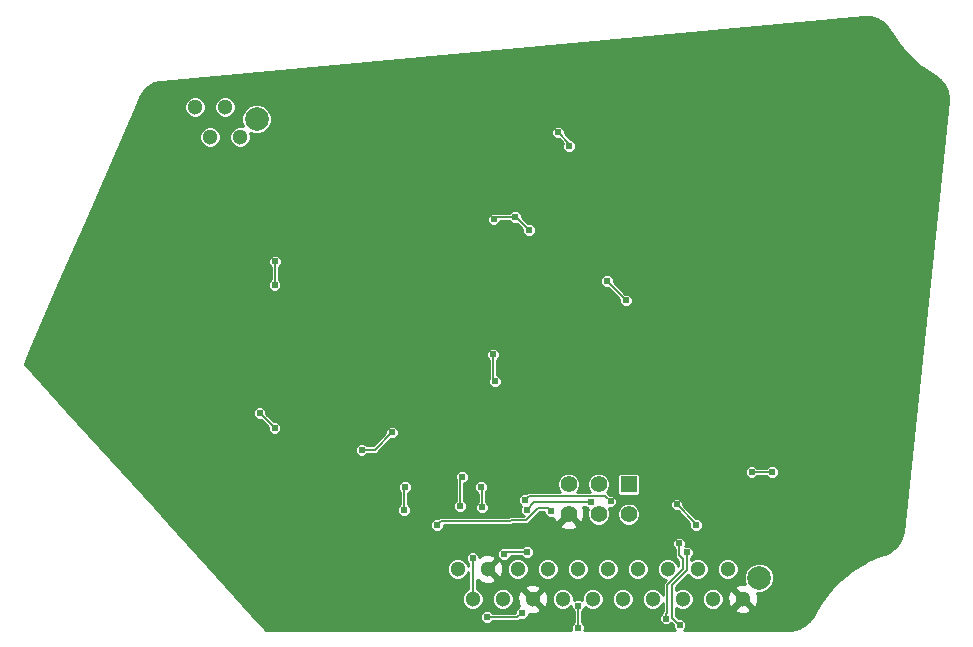
<source format=gbl>
G04 #@! TF.GenerationSoftware,KiCad,Pcbnew,5.0.2-bee76a0~70~ubuntu18.04.1*
G04 #@! TF.CreationDate,2019-04-11T22:59:15-04:00*
G04 #@! TF.ProjectId,throttle,7468726f-7474-46c6-952e-6b696361645f,rev?*
G04 #@! TF.SameCoordinates,Original*
G04 #@! TF.FileFunction,Copper,L2,Bot*
G04 #@! TF.FilePolarity,Positive*
%FSLAX46Y46*%
G04 Gerber Fmt 4.6, Leading zero omitted, Abs format (unit mm)*
G04 Created by KiCad (PCBNEW 5.0.2-bee76a0~70~ubuntu18.04.1) date Thu 11 Apr 2019 10:59:15 PM EDT*
%MOMM*%
%LPD*%
G01*
G04 APERTURE LIST*
G04 #@! TA.AperFunction,ComponentPad*
%ADD10C,1.400000*%
G04 #@! TD*
G04 #@! TA.AperFunction,ComponentPad*
%ADD11R,1.400000X1.400000*%
G04 #@! TD*
G04 #@! TA.AperFunction,ComponentPad*
%ADD12C,2.000000*%
G04 #@! TD*
G04 #@! TA.AperFunction,ComponentPad*
%ADD13C,1.300000*%
G04 #@! TD*
G04 #@! TA.AperFunction,ViaPad*
%ADD14C,0.800000*%
G04 #@! TD*
G04 #@! TA.AperFunction,ViaPad*
%ADD15C,0.609600*%
G04 #@! TD*
G04 #@! TA.AperFunction,Conductor*
%ADD16C,0.152400*%
G04 #@! TD*
G04 #@! TA.AperFunction,Conductor*
%ADD17C,0.254000*%
G04 #@! TD*
G04 APERTURE END LIST*
D10*
G04 #@! TO.P,J3,6*
G04 #@! TO.N,GND*
X83947000Y-73723500D03*
G04 #@! TO.P,J3,5*
G04 #@! TO.N,/RESET*
X83947000Y-71183500D03*
G04 #@! TO.P,J3,4*
G04 #@! TO.N,/MOSI*
X86487000Y-73723500D03*
G04 #@! TO.P,J3,3*
G04 #@! TO.N,/SCK*
X86487000Y-71183500D03*
G04 #@! TO.P,J3,2*
G04 #@! TO.N,VCC*
X89027000Y-73723500D03*
D11*
G04 #@! TO.P,J3,1*
G04 #@! TO.N,/MISO*
X89027000Y-71183500D03*
G04 #@! TD*
D12*
G04 #@! TO.P,J1,5*
G04 #@! TO.N,N/C*
X57534000Y-40283000D03*
D13*
G04 #@! TO.P,J1,4*
G04 #@! TO.N,Net-(J1-Pad4)*
X52324000Y-39243000D03*
G04 #@! TO.P,J1,2*
G04 #@! TO.N,/SS_Inertia_Switch*
X54864000Y-39243000D03*
G04 #@! TO.P,J1,1*
G04 #@! TO.N,/SS_BOTS*
X56134000Y-41783000D03*
G04 #@! TO.P,J1,3*
G04 #@! TO.N,/SS_Cockpit_EStop*
X53594000Y-41783000D03*
G04 #@! TD*
D12*
G04 #@! TO.P,J2,21*
G04 #@! TO.N,N/C*
X100079000Y-79099000D03*
D13*
G04 #@! TO.P,J2,20*
G04 #@! TO.N,/LED2*
X74549000Y-78359000D03*
G04 #@! TO.P,J2,19*
G04 #@! TO.N,/LED1*
X75819000Y-80899000D03*
G04 #@! TO.P,J2,18*
G04 #@! TO.N,GND*
X77089000Y-78359000D03*
G04 #@! TO.P,J2,17*
G04 #@! TO.N,/Throttle2_Left_Sense*
X78359000Y-80899000D03*
G04 #@! TO.P,J2,16*
G04 #@! TO.N,Net-(J2-Pad16)*
X79629000Y-78359000D03*
G04 #@! TO.P,J2,15*
G04 #@! TO.N,GND*
X80899000Y-80899000D03*
G04 #@! TO.P,J2,14*
G04 #@! TO.N,/Throttle1_Right_Sense*
X82169000Y-78359000D03*
G04 #@! TO.P,J2,13*
G04 #@! TO.N,Net-(J2-Pad13)*
X83439000Y-80899000D03*
G04 #@! TO.P,J2,12*
G04 #@! TO.N,/CANL*
X84709000Y-78359000D03*
G04 #@! TO.P,J2,11*
G04 #@! TO.N,/CANH*
X85979000Y-80899000D03*
G04 #@! TO.P,J2,10*
G04 #@! TO.N,/RESET*
X87249000Y-78359000D03*
G04 #@! TO.P,J2,9*
G04 #@! TO.N,/SCK*
X88519000Y-80899000D03*
G04 #@! TO.P,J2,8*
G04 #@! TO.N,/MISO*
X89789000Y-78359000D03*
G04 #@! TO.P,J2,6*
G04 #@! TO.N,VCC*
X92329000Y-78359000D03*
G04 #@! TO.P,J2,4*
G04 #@! TO.N,/Drive_Mode_Out*
X94869000Y-78359000D03*
G04 #@! TO.P,J2,2*
G04 #@! TO.N,+12V*
X97409000Y-78359000D03*
G04 #@! TO.P,J2,7*
G04 #@! TO.N,/MOSI*
X91059000Y-80899000D03*
G04 #@! TO.P,J2,1*
G04 #@! TO.N,GND*
X98679000Y-80899000D03*
G04 #@! TO.P,J2,3*
G04 #@! TO.N,VCC*
X96139000Y-80899000D03*
G04 #@! TO.P,J2,5*
G04 #@! TO.N,/GND_DriveMode*
X93599000Y-80899000D03*
G04 #@! TD*
D14*
G04 #@! TO.N,GND*
X103077703Y-36249577D03*
X99742683Y-36285137D03*
X107913863Y-36249577D03*
X105813283Y-36249577D03*
X90883163Y-55563737D03*
X90870463Y-58393297D03*
X90908563Y-61362557D03*
X90908563Y-64517237D03*
X92706883Y-64580737D03*
X95587243Y-64593437D03*
X109267683Y-39114697D03*
D15*
X56642000Y-56769000D03*
X54864000Y-59055000D03*
X112903000Y-52133500D03*
X51752500Y-49339500D03*
X49022000Y-52006500D03*
X51752500Y-52006500D03*
X49339500Y-65405000D03*
X53403500Y-64706500D03*
X53530500Y-67246500D03*
X105283000Y-74168000D03*
X96012000Y-72898000D03*
X66611500Y-36385500D03*
X69977000Y-36449000D03*
X73279000Y-36512500D03*
X89027000Y-43561000D03*
X89979500Y-38671500D03*
X91503500Y-38354000D03*
X79946500Y-64135000D03*
X81661000Y-59245500D03*
X85915500Y-60642500D03*
X85979000Y-62674500D03*
X70167500Y-75438000D03*
X72707500Y-49657000D03*
X71310500Y-53975000D03*
X72199500Y-65595500D03*
X70675500Y-67881500D03*
X70167500Y-70104000D03*
X83121500Y-37211000D03*
X88392000Y-46799500D03*
X81597500Y-45466000D03*
X78041500Y-65849500D03*
X54038500Y-59055000D03*
G04 #@! TO.N,VCC*
X70040500Y-73342500D03*
X70104000Y-71437500D03*
X69024500Y-66802000D03*
X66421000Y-68262500D03*
X59055000Y-66421000D03*
X57785000Y-65151000D03*
X101155500Y-70167500D03*
X99441000Y-70167500D03*
X88836500Y-55626000D03*
X87185500Y-53975000D03*
X80581500Y-49657000D03*
X79438500Y-48577500D03*
X77597000Y-48768000D03*
X79984600Y-82067400D03*
X77063600Y-82448400D03*
G04 #@! TO.N,/MISO*
X80264000Y-72517000D03*
X87503000Y-72644000D03*
G04 #@! TO.N,/MOSI*
X80454500Y-73342500D03*
X85820638Y-72732900D03*
G04 #@! TO.N,Net-(IC1-Pad8)*
X76644500Y-73152000D03*
X76517500Y-71437500D03*
G04 #@! TO.N,Net-(IC1-Pad9)*
X74739500Y-73050400D03*
X74930000Y-70548500D03*
G04 #@! TO.N,/SCK*
X77533500Y-60198000D03*
X77724000Y-62484000D03*
G04 #@! TO.N,/Drive_Mode_Out*
X93091000Y-72898000D03*
X94742000Y-74612500D03*
G04 #@! TO.N,/RESET*
X72834500Y-74612500D03*
X82423000Y-73469500D03*
G04 #@! TO.N,/SS_Inertia_Switch*
X59118500Y-52324000D03*
X59055000Y-54292500D03*
G04 #@! TO.N,/Throttle1_Right_Sense*
X83058000Y-41402000D03*
X84010500Y-42545000D03*
X93980000Y-76962000D03*
X93345000Y-83121500D03*
X80454500Y-76898500D03*
X78504948Y-77070052D03*
X84734400Y-81457800D03*
X84734400Y-83337400D03*
G04 #@! TO.N,/Throttle2_Left_Sense*
X93281500Y-76200000D03*
X92190596Y-82558743D03*
G04 #@! TO.N,/LED1*
X75819000Y-77459400D03*
G04 #@! TD*
D16*
G04 #@! TO.N,GND*
X43065701Y-61353701D02*
X43065701Y-61099701D01*
X43370500Y-61658500D02*
X43065701Y-61353701D01*
X47244000Y-52324000D02*
X47752000Y-51816000D01*
G04 #@! TO.N,VCC*
X70040500Y-73342500D02*
X70040500Y-71501000D01*
X70040500Y-71501000D02*
X70104000Y-71437500D01*
X69024500Y-66802000D02*
X67564000Y-68262500D01*
X67564000Y-68262500D02*
X66421000Y-68262500D01*
X59055000Y-66421000D02*
X57785000Y-65151000D01*
X101155500Y-70167500D02*
X99441000Y-70167500D01*
X88836500Y-55626000D02*
X87185500Y-53975000D01*
X80581500Y-49657000D02*
X79502000Y-48577500D01*
X79502000Y-48577500D02*
X79438500Y-48577500D01*
X79438500Y-48577500D02*
X77787500Y-48577500D01*
X77787500Y-48577500D02*
X77597000Y-48768000D01*
X79984600Y-82067400D02*
X79603600Y-82448400D01*
X79603600Y-82448400D02*
X77063600Y-82448400D01*
G04 #@! TO.N,/MISO*
X87376000Y-72517000D02*
X87503000Y-72644000D01*
X80568799Y-72212201D02*
X83489799Y-72212201D01*
X80264000Y-72517000D02*
X80568799Y-72212201D01*
X83489799Y-72212201D02*
X83502500Y-72199500D01*
X87058500Y-72199500D02*
X87503000Y-72644000D01*
X83502500Y-72199500D02*
X87058500Y-72199500D01*
G04 #@! TO.N,/MOSI*
X80454500Y-73342500D02*
X81064100Y-72732900D01*
X81064100Y-72732900D02*
X85820638Y-72732900D01*
G04 #@! TO.N,Net-(IC1-Pad8)*
X76644500Y-73152000D02*
X76644500Y-71564500D01*
X76644500Y-71564500D02*
X76517500Y-71437500D01*
G04 #@! TO.N,Net-(IC1-Pad9)*
X74739500Y-73050400D02*
X74739500Y-70739000D01*
X74739500Y-70739000D02*
X74930000Y-70548500D01*
G04 #@! TO.N,/SCK*
X77533500Y-60198000D02*
X77533500Y-62293500D01*
X77533500Y-62293500D02*
X77724000Y-62484000D01*
G04 #@! TO.N,/Drive_Mode_Out*
X93091000Y-72898000D02*
X94742000Y-74549000D01*
X94742000Y-74549000D02*
X94742000Y-74612500D01*
G04 #@! TO.N,/RESET*
X78981299Y-74307701D02*
X79057500Y-74231500D01*
X72834500Y-74612500D02*
X73139299Y-74307701D01*
X73139299Y-74307701D02*
X78981299Y-74307701D01*
X80354934Y-74231500D02*
X81370934Y-73215500D01*
X79057500Y-74231500D02*
X80354934Y-74231500D01*
X81370934Y-73215500D02*
X82169000Y-73215500D01*
X82169000Y-73215500D02*
X82423000Y-73469500D01*
G04 #@! TO.N,/SS_Inertia_Switch*
X59118500Y-52324000D02*
X59118500Y-54229000D01*
X59118500Y-54229000D02*
X59055000Y-54292500D01*
G04 #@! TO.N,/Throttle1_Right_Sense*
X83058000Y-41402000D02*
X84010500Y-42354500D01*
X84010500Y-42354500D02*
X84010500Y-42545000D01*
X80454500Y-76898500D02*
X78676500Y-76898500D01*
X78676500Y-76898500D02*
X78504948Y-77070052D01*
X93040201Y-82816701D02*
X93345000Y-83121500D01*
X93980000Y-78439396D02*
X92720399Y-79698997D01*
X92720399Y-82496899D02*
X93040201Y-82816701D01*
X92720399Y-79698997D02*
X92720399Y-82496899D01*
X93980000Y-76962000D02*
X93980000Y-78439396D01*
X84734400Y-81457800D02*
X84734400Y-83337400D01*
G04 #@! TO.N,/Throttle2_Left_Sense*
X92190596Y-82127691D02*
X92190596Y-82558743D01*
X93281500Y-76200000D02*
X93281500Y-77216000D01*
X92265500Y-79722830D02*
X92265500Y-82052787D01*
X93599000Y-77533500D02*
X93599000Y-78389330D01*
X93281500Y-77216000D02*
X93599000Y-77533500D01*
X93599000Y-78389330D02*
X92265500Y-79722830D01*
X92265500Y-82052787D02*
X92190596Y-82127691D01*
G04 #@! TO.N,/LED1*
X75819000Y-80899000D02*
X75819000Y-77459400D01*
G04 #@! TD*
D17*
G04 #@! TO.N,GND*
G36*
X109544631Y-31615381D02*
X110063672Y-31767368D01*
X110528605Y-32043660D01*
X110917123Y-32433826D01*
X111099258Y-32710108D01*
X111293225Y-33042849D01*
X111301937Y-33055843D01*
X111310095Y-33069225D01*
X112032216Y-34101710D01*
X112048743Y-34122435D01*
X112061921Y-34138962D01*
X112907754Y-35072800D01*
X112941893Y-35106035D01*
X113898097Y-35926498D01*
X113936132Y-35955192D01*
X114977678Y-36642774D01*
X115438174Y-36990174D01*
X115775361Y-37413030D01*
X115996793Y-37906454D01*
X116090220Y-38449085D01*
X116080427Y-38776077D01*
X112252840Y-75193147D01*
X112123846Y-75743117D01*
X111873278Y-76222408D01*
X111511391Y-76624323D01*
X111052776Y-76929027D01*
X110745639Y-77053839D01*
X110325049Y-77199733D01*
X110310100Y-77205996D01*
X110294888Y-77211662D01*
X109144133Y-77724738D01*
X109131533Y-77731334D01*
X109101921Y-77746834D01*
X108024545Y-78400094D01*
X107985436Y-78427306D01*
X106998431Y-79210444D01*
X106987476Y-79220319D01*
X106963040Y-79242344D01*
X106081970Y-80143012D01*
X106050857Y-80179095D01*
X105289619Y-81183087D01*
X105281302Y-81195620D01*
X105263273Y-81222786D01*
X104639826Y-82303945D01*
X104320862Y-82784574D01*
X103919135Y-83146674D01*
X103439977Y-83397494D01*
X102903356Y-83523655D01*
X102578545Y-83534647D01*
X102575720Y-83535101D01*
X93763734Y-83528950D01*
X93840261Y-83452423D01*
X93929200Y-83237705D01*
X93929200Y-83005295D01*
X93840261Y-82790577D01*
X93675923Y-82626239D01*
X93461205Y-82537300D01*
X93263694Y-82537300D01*
X93075999Y-82349605D01*
X93075999Y-81688341D01*
X93414131Y-81828400D01*
X93783869Y-81828400D01*
X94125463Y-81686907D01*
X94386907Y-81425463D01*
X94528400Y-81083869D01*
X94528400Y-80714131D01*
X95209600Y-80714131D01*
X95209600Y-81083869D01*
X95351093Y-81425463D01*
X95612537Y-81686907D01*
X95954131Y-81828400D01*
X96323869Y-81828400D01*
X96397222Y-81798016D01*
X97959590Y-81798016D01*
X98015271Y-82028611D01*
X98498078Y-82196622D01*
X99008428Y-82167083D01*
X99342729Y-82028611D01*
X99398410Y-81798016D01*
X98679000Y-81078605D01*
X97959590Y-81798016D01*
X96397222Y-81798016D01*
X96665463Y-81686907D01*
X96926907Y-81425463D01*
X97068400Y-81083869D01*
X97068400Y-80718078D01*
X97381378Y-80718078D01*
X97410917Y-81228428D01*
X97549389Y-81562729D01*
X97779984Y-81618410D01*
X98499395Y-80899000D01*
X97779984Y-80179590D01*
X97549389Y-80235271D01*
X97381378Y-80718078D01*
X97068400Y-80718078D01*
X97068400Y-80714131D01*
X96926907Y-80372537D01*
X96665463Y-80111093D01*
X96397223Y-79999984D01*
X97959590Y-79999984D01*
X98679000Y-80719395D01*
X98693143Y-80705253D01*
X98872748Y-80884858D01*
X98858605Y-80899000D01*
X99578016Y-81618410D01*
X99808611Y-81562729D01*
X99976622Y-81079922D01*
X99947083Y-80569572D01*
X99867897Y-80378400D01*
X100333488Y-80378400D01*
X100803722Y-80183623D01*
X101163623Y-79823722D01*
X101358400Y-79353488D01*
X101358400Y-78844512D01*
X101163623Y-78374278D01*
X100803722Y-78014377D01*
X100333488Y-77819600D01*
X99824512Y-77819600D01*
X99354278Y-78014377D01*
X98994377Y-78374278D01*
X98799600Y-78844512D01*
X98799600Y-79353488D01*
X98909413Y-79618600D01*
X98859922Y-79601378D01*
X98349572Y-79630917D01*
X98015271Y-79769389D01*
X97959590Y-79999984D01*
X96397223Y-79999984D01*
X96323869Y-79969600D01*
X95954131Y-79969600D01*
X95612537Y-80111093D01*
X95351093Y-80372537D01*
X95209600Y-80714131D01*
X94528400Y-80714131D01*
X94386907Y-80372537D01*
X94125463Y-80111093D01*
X93783869Y-79969600D01*
X93414131Y-79969600D01*
X93075999Y-80109659D01*
X93075999Y-79846291D01*
X94068128Y-78854163D01*
X94081093Y-78885463D01*
X94342537Y-79146907D01*
X94684131Y-79288400D01*
X95053869Y-79288400D01*
X95395463Y-79146907D01*
X95656907Y-78885463D01*
X95798400Y-78543869D01*
X95798400Y-78174131D01*
X96479600Y-78174131D01*
X96479600Y-78543869D01*
X96621093Y-78885463D01*
X96882537Y-79146907D01*
X97224131Y-79288400D01*
X97593869Y-79288400D01*
X97935463Y-79146907D01*
X98196907Y-78885463D01*
X98338400Y-78543869D01*
X98338400Y-78174131D01*
X98196907Y-77832537D01*
X97935463Y-77571093D01*
X97593869Y-77429600D01*
X97224131Y-77429600D01*
X96882537Y-77571093D01*
X96621093Y-77832537D01*
X96479600Y-78174131D01*
X95798400Y-78174131D01*
X95656907Y-77832537D01*
X95395463Y-77571093D01*
X95053869Y-77429600D01*
X94684131Y-77429600D01*
X94342537Y-77571093D01*
X94335600Y-77578030D01*
X94335600Y-77432584D01*
X94475261Y-77292923D01*
X94564200Y-77078205D01*
X94564200Y-76845795D01*
X94475261Y-76631077D01*
X94310923Y-76466739D01*
X94096205Y-76377800D01*
X93863795Y-76377800D01*
X93835297Y-76389604D01*
X93865700Y-76316205D01*
X93865700Y-76083795D01*
X93776761Y-75869077D01*
X93612423Y-75704739D01*
X93397705Y-75615800D01*
X93165295Y-75615800D01*
X92950577Y-75704739D01*
X92786239Y-75869077D01*
X92697300Y-76083795D01*
X92697300Y-76316205D01*
X92786239Y-76530923D01*
X92925900Y-76670584D01*
X92925901Y-77180975D01*
X92918934Y-77216000D01*
X92946533Y-77354747D01*
X93005290Y-77442684D01*
X93005292Y-77442686D01*
X93025128Y-77472373D01*
X93054815Y-77492209D01*
X93243400Y-77680795D01*
X93243401Y-78137919D01*
X93116907Y-77832537D01*
X92855463Y-77571093D01*
X92513869Y-77429600D01*
X92144131Y-77429600D01*
X91802537Y-77571093D01*
X91541093Y-77832537D01*
X91399600Y-78174131D01*
X91399600Y-78543869D01*
X91541093Y-78885463D01*
X91802537Y-79146907D01*
X92144131Y-79288400D01*
X92197036Y-79288400D01*
X92038815Y-79446621D01*
X92009127Y-79466458D01*
X91989291Y-79496145D01*
X91989290Y-79496146D01*
X91930533Y-79584083D01*
X91902934Y-79722830D01*
X91909900Y-79757850D01*
X91909900Y-80524616D01*
X91846907Y-80372537D01*
X91585463Y-80111093D01*
X91243869Y-79969600D01*
X90874131Y-79969600D01*
X90532537Y-80111093D01*
X90271093Y-80372537D01*
X90129600Y-80714131D01*
X90129600Y-81083869D01*
X90271093Y-81425463D01*
X90532537Y-81686907D01*
X90874131Y-81828400D01*
X91243869Y-81828400D01*
X91585463Y-81686907D01*
X91846907Y-81425463D01*
X91909901Y-81273383D01*
X91909901Y-81907719D01*
X91855629Y-81988944D01*
X91836116Y-82087039D01*
X91695335Y-82227820D01*
X91606396Y-82442538D01*
X91606396Y-82674948D01*
X91695335Y-82889666D01*
X91859673Y-83054004D01*
X92074391Y-83142943D01*
X92306801Y-83142943D01*
X92521519Y-83054004D01*
X92648065Y-82927459D01*
X92760800Y-83040194D01*
X92760800Y-83237705D01*
X92849739Y-83452423D01*
X92925681Y-83528365D01*
X85289841Y-83523035D01*
X85318600Y-83453605D01*
X85318600Y-83221195D01*
X85229661Y-83006477D01*
X85090000Y-82866816D01*
X85090000Y-81928384D01*
X85229661Y-81788723D01*
X85318600Y-81574005D01*
X85318600Y-81552970D01*
X85452537Y-81686907D01*
X85794131Y-81828400D01*
X86163869Y-81828400D01*
X86505463Y-81686907D01*
X86766907Y-81425463D01*
X86908400Y-81083869D01*
X86908400Y-80714131D01*
X87589600Y-80714131D01*
X87589600Y-81083869D01*
X87731093Y-81425463D01*
X87992537Y-81686907D01*
X88334131Y-81828400D01*
X88703869Y-81828400D01*
X89045463Y-81686907D01*
X89306907Y-81425463D01*
X89448400Y-81083869D01*
X89448400Y-80714131D01*
X89306907Y-80372537D01*
X89045463Y-80111093D01*
X88703869Y-79969600D01*
X88334131Y-79969600D01*
X87992537Y-80111093D01*
X87731093Y-80372537D01*
X87589600Y-80714131D01*
X86908400Y-80714131D01*
X86766907Y-80372537D01*
X86505463Y-80111093D01*
X86163869Y-79969600D01*
X85794131Y-79969600D01*
X85452537Y-80111093D01*
X85191093Y-80372537D01*
X85049600Y-80714131D01*
X85049600Y-80956026D01*
X84850605Y-80873600D01*
X84618195Y-80873600D01*
X84403477Y-80962539D01*
X84368400Y-80997616D01*
X84368400Y-80714131D01*
X84226907Y-80372537D01*
X83965463Y-80111093D01*
X83623869Y-79969600D01*
X83254131Y-79969600D01*
X82912537Y-80111093D01*
X82651093Y-80372537D01*
X82509600Y-80714131D01*
X82509600Y-81083869D01*
X82651093Y-81425463D01*
X82912537Y-81686907D01*
X83254131Y-81828400D01*
X83623869Y-81828400D01*
X83965463Y-81686907D01*
X84150200Y-81502170D01*
X84150200Y-81574005D01*
X84239139Y-81788723D01*
X84378800Y-81928384D01*
X84378801Y-82866815D01*
X84239139Y-83006477D01*
X84150200Y-83221195D01*
X84150200Y-83453605D01*
X84178637Y-83522259D01*
X58300634Y-83504195D01*
X57239324Y-82332195D01*
X76479400Y-82332195D01*
X76479400Y-82564605D01*
X76568339Y-82779323D01*
X76732677Y-82943661D01*
X76947395Y-83032600D01*
X77179805Y-83032600D01*
X77394523Y-82943661D01*
X77534184Y-82804000D01*
X79568580Y-82804000D01*
X79603600Y-82810966D01*
X79638620Y-82804000D01*
X79742348Y-82783367D01*
X79859973Y-82704773D01*
X79879811Y-82675083D01*
X79903294Y-82651600D01*
X80100805Y-82651600D01*
X80315523Y-82562661D01*
X80479861Y-82398323D01*
X80568800Y-82183605D01*
X80568800Y-82144675D01*
X80718078Y-82196622D01*
X81228428Y-82167083D01*
X81562729Y-82028611D01*
X81618410Y-81798016D01*
X80899000Y-81078605D01*
X80884858Y-81092748D01*
X80705252Y-80913142D01*
X80719395Y-80899000D01*
X81078605Y-80899000D01*
X81798016Y-81618410D01*
X82028611Y-81562729D01*
X82196622Y-81079922D01*
X82167083Y-80569572D01*
X82028611Y-80235271D01*
X81798016Y-80179590D01*
X81078605Y-80899000D01*
X80719395Y-80899000D01*
X79999984Y-80179590D01*
X79769389Y-80235271D01*
X79601378Y-80718078D01*
X79630917Y-81228428D01*
X79755770Y-81529851D01*
X79653677Y-81572139D01*
X79489339Y-81736477D01*
X79400400Y-81951195D01*
X79400400Y-82092800D01*
X77534184Y-82092800D01*
X77394523Y-81953139D01*
X77179805Y-81864200D01*
X76947395Y-81864200D01*
X76732677Y-81953139D01*
X76568339Y-82117477D01*
X76479400Y-82332195D01*
X57239324Y-82332195D01*
X53473966Y-78174131D01*
X73619600Y-78174131D01*
X73619600Y-78543869D01*
X73761093Y-78885463D01*
X74022537Y-79146907D01*
X74364131Y-79288400D01*
X74733869Y-79288400D01*
X75075463Y-79146907D01*
X75336907Y-78885463D01*
X75463401Y-78580081D01*
X75463400Y-80040319D01*
X75292537Y-80111093D01*
X75031093Y-80372537D01*
X74889600Y-80714131D01*
X74889600Y-81083869D01*
X75031093Y-81425463D01*
X75292537Y-81686907D01*
X75634131Y-81828400D01*
X76003869Y-81828400D01*
X76345463Y-81686907D01*
X76606907Y-81425463D01*
X76748400Y-81083869D01*
X76748400Y-80714131D01*
X77429600Y-80714131D01*
X77429600Y-81083869D01*
X77571093Y-81425463D01*
X77832537Y-81686907D01*
X78174131Y-81828400D01*
X78543869Y-81828400D01*
X78885463Y-81686907D01*
X79146907Y-81425463D01*
X79288400Y-81083869D01*
X79288400Y-80714131D01*
X79146907Y-80372537D01*
X78885463Y-80111093D01*
X78617223Y-79999984D01*
X80179590Y-79999984D01*
X80899000Y-80719395D01*
X81618410Y-79999984D01*
X81562729Y-79769389D01*
X81079922Y-79601378D01*
X80569572Y-79630917D01*
X80235271Y-79769389D01*
X80179590Y-79999984D01*
X78617223Y-79999984D01*
X78543869Y-79969600D01*
X78174131Y-79969600D01*
X77832537Y-80111093D01*
X77571093Y-80372537D01*
X77429600Y-80714131D01*
X76748400Y-80714131D01*
X76606907Y-80372537D01*
X76345463Y-80111093D01*
X76174600Y-80040319D01*
X76174600Y-79293948D01*
X76254130Y-79373478D01*
X76369590Y-79258018D01*
X76425271Y-79488611D01*
X76908078Y-79656622D01*
X77418428Y-79627083D01*
X77752729Y-79488611D01*
X77808410Y-79258016D01*
X77089000Y-78538605D01*
X77074858Y-78552748D01*
X76895252Y-78373142D01*
X76909395Y-78359000D01*
X77268605Y-78359000D01*
X77988016Y-79078410D01*
X78218611Y-79022729D01*
X78386622Y-78539922D01*
X78365451Y-78174131D01*
X78699600Y-78174131D01*
X78699600Y-78543869D01*
X78841093Y-78885463D01*
X79102537Y-79146907D01*
X79444131Y-79288400D01*
X79813869Y-79288400D01*
X80155463Y-79146907D01*
X80416907Y-78885463D01*
X80558400Y-78543869D01*
X80558400Y-78174131D01*
X81239600Y-78174131D01*
X81239600Y-78543869D01*
X81381093Y-78885463D01*
X81642537Y-79146907D01*
X81984131Y-79288400D01*
X82353869Y-79288400D01*
X82695463Y-79146907D01*
X82956907Y-78885463D01*
X83098400Y-78543869D01*
X83098400Y-78174131D01*
X83779600Y-78174131D01*
X83779600Y-78543869D01*
X83921093Y-78885463D01*
X84182537Y-79146907D01*
X84524131Y-79288400D01*
X84893869Y-79288400D01*
X85235463Y-79146907D01*
X85496907Y-78885463D01*
X85638400Y-78543869D01*
X85638400Y-78174131D01*
X86319600Y-78174131D01*
X86319600Y-78543869D01*
X86461093Y-78885463D01*
X86722537Y-79146907D01*
X87064131Y-79288400D01*
X87433869Y-79288400D01*
X87775463Y-79146907D01*
X88036907Y-78885463D01*
X88178400Y-78543869D01*
X88178400Y-78174131D01*
X88859600Y-78174131D01*
X88859600Y-78543869D01*
X89001093Y-78885463D01*
X89262537Y-79146907D01*
X89604131Y-79288400D01*
X89973869Y-79288400D01*
X90315463Y-79146907D01*
X90576907Y-78885463D01*
X90718400Y-78543869D01*
X90718400Y-78174131D01*
X90576907Y-77832537D01*
X90315463Y-77571093D01*
X89973869Y-77429600D01*
X89604131Y-77429600D01*
X89262537Y-77571093D01*
X89001093Y-77832537D01*
X88859600Y-78174131D01*
X88178400Y-78174131D01*
X88036907Y-77832537D01*
X87775463Y-77571093D01*
X87433869Y-77429600D01*
X87064131Y-77429600D01*
X86722537Y-77571093D01*
X86461093Y-77832537D01*
X86319600Y-78174131D01*
X85638400Y-78174131D01*
X85496907Y-77832537D01*
X85235463Y-77571093D01*
X84893869Y-77429600D01*
X84524131Y-77429600D01*
X84182537Y-77571093D01*
X83921093Y-77832537D01*
X83779600Y-78174131D01*
X83098400Y-78174131D01*
X82956907Y-77832537D01*
X82695463Y-77571093D01*
X82353869Y-77429600D01*
X81984131Y-77429600D01*
X81642537Y-77571093D01*
X81381093Y-77832537D01*
X81239600Y-78174131D01*
X80558400Y-78174131D01*
X80416907Y-77832537D01*
X80155463Y-77571093D01*
X79813869Y-77429600D01*
X79444131Y-77429600D01*
X79102537Y-77571093D01*
X78841093Y-77832537D01*
X78699600Y-78174131D01*
X78365451Y-78174131D01*
X78357083Y-78029572D01*
X78218611Y-77695271D01*
X77988016Y-77639590D01*
X77268605Y-78359000D01*
X76909395Y-78359000D01*
X76895252Y-78344858D01*
X77074858Y-78165252D01*
X77089000Y-78179395D01*
X77808410Y-77459984D01*
X77752729Y-77229389D01*
X77269922Y-77061378D01*
X76759572Y-77090917D01*
X76425271Y-77229389D01*
X76399783Y-77334945D01*
X76314261Y-77128477D01*
X76149923Y-76964139D01*
X76125076Y-76953847D01*
X77920748Y-76953847D01*
X77920748Y-77186257D01*
X78009687Y-77400975D01*
X78174025Y-77565313D01*
X78388743Y-77654252D01*
X78621153Y-77654252D01*
X78835871Y-77565313D01*
X79000209Y-77400975D01*
X79061047Y-77254100D01*
X79983916Y-77254100D01*
X80123577Y-77393761D01*
X80338295Y-77482700D01*
X80570705Y-77482700D01*
X80785423Y-77393761D01*
X80949761Y-77229423D01*
X81038700Y-77014705D01*
X81038700Y-76782295D01*
X80949761Y-76567577D01*
X80785423Y-76403239D01*
X80570705Y-76314300D01*
X80338295Y-76314300D01*
X80123577Y-76403239D01*
X79983916Y-76542900D01*
X78758879Y-76542900D01*
X78621153Y-76485852D01*
X78388743Y-76485852D01*
X78174025Y-76574791D01*
X78009687Y-76739129D01*
X77920748Y-76953847D01*
X76125076Y-76953847D01*
X75935205Y-76875200D01*
X75702795Y-76875200D01*
X75488077Y-76964139D01*
X75323739Y-77128477D01*
X75234800Y-77343195D01*
X75234800Y-77575605D01*
X75323739Y-77790323D01*
X75463401Y-77929985D01*
X75463401Y-78137919D01*
X75336907Y-77832537D01*
X75075463Y-77571093D01*
X74733869Y-77429600D01*
X74364131Y-77429600D01*
X74022537Y-77571093D01*
X73761093Y-77832537D01*
X73619600Y-78174131D01*
X53473966Y-78174131D01*
X50143481Y-74496295D01*
X72250300Y-74496295D01*
X72250300Y-74728705D01*
X72339239Y-74943423D01*
X72503577Y-75107761D01*
X72718295Y-75196700D01*
X72950705Y-75196700D01*
X73165423Y-75107761D01*
X73329761Y-74943423D01*
X73418700Y-74728705D01*
X73418700Y-74663301D01*
X78946279Y-74663301D01*
X78981299Y-74670267D01*
X79016319Y-74663301D01*
X79039072Y-74658775D01*
X83191331Y-74658775D01*
X83253169Y-74894542D01*
X83754122Y-75070919D01*
X84284440Y-75042164D01*
X84640831Y-74894542D01*
X84702669Y-74658775D01*
X83947000Y-73903105D01*
X83191331Y-74658775D01*
X79039072Y-74658775D01*
X79120047Y-74642668D01*
X79203211Y-74587100D01*
X80319914Y-74587100D01*
X80354934Y-74594066D01*
X80389954Y-74587100D01*
X80493682Y-74566467D01*
X80611307Y-74487873D01*
X80631145Y-74458183D01*
X81518229Y-73571100D01*
X81838800Y-73571100D01*
X81838800Y-73585705D01*
X81927739Y-73800423D01*
X82092077Y-73964761D01*
X82306795Y-74053700D01*
X82539205Y-74053700D01*
X82625994Y-74017751D01*
X82628336Y-74060940D01*
X82775958Y-74417331D01*
X83011725Y-74479169D01*
X83767395Y-73723500D01*
X83753252Y-73709358D01*
X83932858Y-73529752D01*
X83947000Y-73543895D01*
X83961142Y-73529752D01*
X84140748Y-73709358D01*
X84126605Y-73723500D01*
X84882275Y-74479169D01*
X85118042Y-74417331D01*
X85294419Y-73916378D01*
X85265664Y-73386060D01*
X85142411Y-73088500D01*
X85350054Y-73088500D01*
X85489715Y-73228161D01*
X85611232Y-73278495D01*
X85507600Y-73528685D01*
X85507600Y-73918315D01*
X85656704Y-74278286D01*
X85932214Y-74553796D01*
X86292185Y-74702900D01*
X86681815Y-74702900D01*
X87041786Y-74553796D01*
X87317296Y-74278286D01*
X87466400Y-73918315D01*
X87466400Y-73528685D01*
X88047600Y-73528685D01*
X88047600Y-73918315D01*
X88196704Y-74278286D01*
X88472214Y-74553796D01*
X88832185Y-74702900D01*
X89221815Y-74702900D01*
X89581786Y-74553796D01*
X89857296Y-74278286D01*
X90006400Y-73918315D01*
X90006400Y-73528685D01*
X89857296Y-73168714D01*
X89581786Y-72893204D01*
X89312820Y-72781795D01*
X92506800Y-72781795D01*
X92506800Y-73014205D01*
X92595739Y-73228923D01*
X92760077Y-73393261D01*
X92974795Y-73482200D01*
X93172306Y-73482200D01*
X94166177Y-74476072D01*
X94157800Y-74496295D01*
X94157800Y-74728705D01*
X94246739Y-74943423D01*
X94411077Y-75107761D01*
X94625795Y-75196700D01*
X94858205Y-75196700D01*
X95072923Y-75107761D01*
X95237261Y-74943423D01*
X95326200Y-74728705D01*
X95326200Y-74496295D01*
X95237261Y-74281577D01*
X95072923Y-74117239D01*
X94858205Y-74028300D01*
X94724195Y-74028300D01*
X93675200Y-72979306D01*
X93675200Y-72781795D01*
X93586261Y-72567077D01*
X93421923Y-72402739D01*
X93207205Y-72313800D01*
X92974795Y-72313800D01*
X92760077Y-72402739D01*
X92595739Y-72567077D01*
X92506800Y-72781795D01*
X89312820Y-72781795D01*
X89221815Y-72744100D01*
X88832185Y-72744100D01*
X88472214Y-72893204D01*
X88196704Y-73168714D01*
X88047600Y-73528685D01*
X87466400Y-73528685D01*
X87332645Y-73205770D01*
X87386795Y-73228200D01*
X87619205Y-73228200D01*
X87833923Y-73139261D01*
X87998261Y-72974923D01*
X88087200Y-72760205D01*
X88087200Y-72527795D01*
X87998261Y-72313077D01*
X87833923Y-72148739D01*
X87619205Y-72059800D01*
X87421694Y-72059800D01*
X87334711Y-71972817D01*
X87314873Y-71943127D01*
X87197248Y-71864533D01*
X87192077Y-71863505D01*
X87317296Y-71738286D01*
X87466400Y-71378315D01*
X87466400Y-70988685D01*
X87317296Y-70628714D01*
X87172082Y-70483500D01*
X88042127Y-70483500D01*
X88042127Y-71883500D01*
X88063812Y-71992516D01*
X88125564Y-72084936D01*
X88217984Y-72146688D01*
X88327000Y-72168373D01*
X89727000Y-72168373D01*
X89836016Y-72146688D01*
X89928436Y-72084936D01*
X89990188Y-71992516D01*
X90011873Y-71883500D01*
X90011873Y-70483500D01*
X89990188Y-70374484D01*
X89928436Y-70282064D01*
X89836016Y-70220312D01*
X89727000Y-70198627D01*
X88327000Y-70198627D01*
X88217984Y-70220312D01*
X88125564Y-70282064D01*
X88063812Y-70374484D01*
X88042127Y-70483500D01*
X87172082Y-70483500D01*
X87041786Y-70353204D01*
X86681815Y-70204100D01*
X86292185Y-70204100D01*
X85932214Y-70353204D01*
X85656704Y-70628714D01*
X85507600Y-70988685D01*
X85507600Y-71378315D01*
X85656704Y-71738286D01*
X85762318Y-71843900D01*
X84671682Y-71843900D01*
X84777296Y-71738286D01*
X84926400Y-71378315D01*
X84926400Y-70988685D01*
X84777296Y-70628714D01*
X84501786Y-70353204D01*
X84141815Y-70204100D01*
X83752185Y-70204100D01*
X83392214Y-70353204D01*
X83116704Y-70628714D01*
X82967600Y-70988685D01*
X82967600Y-71378315D01*
X83116704Y-71738286D01*
X83235019Y-71856601D01*
X80603819Y-71856601D01*
X80568799Y-71849635D01*
X80430051Y-71877234D01*
X80355472Y-71927066D01*
X80346890Y-71932800D01*
X80147795Y-71932800D01*
X79933077Y-72021739D01*
X79768739Y-72186077D01*
X79679800Y-72400795D01*
X79679800Y-72633205D01*
X79768739Y-72847923D01*
X79933077Y-73012261D01*
X79955166Y-73021410D01*
X79870300Y-73226295D01*
X79870300Y-73458705D01*
X79959239Y-73673423D01*
X80123577Y-73837761D01*
X80209987Y-73873553D01*
X80207640Y-73875900D01*
X79092514Y-73875900D01*
X79057499Y-73868935D01*
X79022484Y-73875900D01*
X79022480Y-73875900D01*
X78918752Y-73896533D01*
X78835588Y-73952101D01*
X73174319Y-73952101D01*
X73139299Y-73945135D01*
X73000551Y-73972734D01*
X72952537Y-74004816D01*
X72917390Y-74028300D01*
X72718295Y-74028300D01*
X72503577Y-74117239D01*
X72339239Y-74281577D01*
X72250300Y-74496295D01*
X50143481Y-74496295D01*
X48993425Y-73226295D01*
X69456300Y-73226295D01*
X69456300Y-73458705D01*
X69545239Y-73673423D01*
X69709577Y-73837761D01*
X69924295Y-73926700D01*
X70156705Y-73926700D01*
X70371423Y-73837761D01*
X70535761Y-73673423D01*
X70624700Y-73458705D01*
X70624700Y-73226295D01*
X70535761Y-73011577D01*
X70458379Y-72934195D01*
X74155300Y-72934195D01*
X74155300Y-73166605D01*
X74244239Y-73381323D01*
X74408577Y-73545661D01*
X74623295Y-73634600D01*
X74855705Y-73634600D01*
X75070423Y-73545661D01*
X75234761Y-73381323D01*
X75323700Y-73166605D01*
X75323700Y-72934195D01*
X75234761Y-72719477D01*
X75095100Y-72579816D01*
X75095100Y-71321295D01*
X75933300Y-71321295D01*
X75933300Y-71553705D01*
X76022239Y-71768423D01*
X76186577Y-71932761D01*
X76288901Y-71975145D01*
X76288900Y-72681416D01*
X76149239Y-72821077D01*
X76060300Y-73035795D01*
X76060300Y-73268205D01*
X76149239Y-73482923D01*
X76313577Y-73647261D01*
X76528295Y-73736200D01*
X76760705Y-73736200D01*
X76975423Y-73647261D01*
X77139761Y-73482923D01*
X77228700Y-73268205D01*
X77228700Y-73035795D01*
X77139761Y-72821077D01*
X77000100Y-72681416D01*
X77000100Y-71781084D01*
X77012761Y-71768423D01*
X77101700Y-71553705D01*
X77101700Y-71321295D01*
X77012761Y-71106577D01*
X76848423Y-70942239D01*
X76633705Y-70853300D01*
X76401295Y-70853300D01*
X76186577Y-70942239D01*
X76022239Y-71106577D01*
X75933300Y-71321295D01*
X75095100Y-71321295D01*
X75095100Y-71112447D01*
X75260923Y-71043761D01*
X75425261Y-70879423D01*
X75514200Y-70664705D01*
X75514200Y-70432295D01*
X75425261Y-70217577D01*
X75260923Y-70053239D01*
X75256230Y-70051295D01*
X98856800Y-70051295D01*
X98856800Y-70283705D01*
X98945739Y-70498423D01*
X99110077Y-70662761D01*
X99324795Y-70751700D01*
X99557205Y-70751700D01*
X99771923Y-70662761D01*
X99911584Y-70523100D01*
X100684916Y-70523100D01*
X100824577Y-70662761D01*
X101039295Y-70751700D01*
X101271705Y-70751700D01*
X101486423Y-70662761D01*
X101650761Y-70498423D01*
X101739700Y-70283705D01*
X101739700Y-70051295D01*
X101650761Y-69836577D01*
X101486423Y-69672239D01*
X101271705Y-69583300D01*
X101039295Y-69583300D01*
X100824577Y-69672239D01*
X100684916Y-69811900D01*
X99911584Y-69811900D01*
X99771923Y-69672239D01*
X99557205Y-69583300D01*
X99324795Y-69583300D01*
X99110077Y-69672239D01*
X98945739Y-69836577D01*
X98856800Y-70051295D01*
X75256230Y-70051295D01*
X75046205Y-69964300D01*
X74813795Y-69964300D01*
X74599077Y-70053239D01*
X74434739Y-70217577D01*
X74345800Y-70432295D01*
X74345800Y-70664705D01*
X74377267Y-70740672D01*
X74383901Y-70774025D01*
X74383900Y-72579816D01*
X74244239Y-72719477D01*
X74155300Y-72934195D01*
X70458379Y-72934195D01*
X70396100Y-72871916D01*
X70396100Y-71948842D01*
X70434923Y-71932761D01*
X70599261Y-71768423D01*
X70688200Y-71553705D01*
X70688200Y-71321295D01*
X70599261Y-71106577D01*
X70434923Y-70942239D01*
X70220205Y-70853300D01*
X69987795Y-70853300D01*
X69773077Y-70942239D01*
X69608739Y-71106577D01*
X69519800Y-71321295D01*
X69519800Y-71553705D01*
X69608739Y-71768423D01*
X69684901Y-71844585D01*
X69684900Y-72871916D01*
X69545239Y-73011577D01*
X69456300Y-73226295D01*
X48993425Y-73226295D01*
X44393202Y-68146295D01*
X65836800Y-68146295D01*
X65836800Y-68378705D01*
X65925739Y-68593423D01*
X66090077Y-68757761D01*
X66304795Y-68846700D01*
X66537205Y-68846700D01*
X66751923Y-68757761D01*
X66891584Y-68618100D01*
X67528980Y-68618100D01*
X67564000Y-68625066D01*
X67599020Y-68618100D01*
X67702748Y-68597467D01*
X67820373Y-68518873D01*
X67840211Y-68489183D01*
X68943195Y-67386200D01*
X69140705Y-67386200D01*
X69355423Y-67297261D01*
X69519761Y-67132923D01*
X69608700Y-66918205D01*
X69608700Y-66685795D01*
X69519761Y-66471077D01*
X69355423Y-66306739D01*
X69140705Y-66217800D01*
X68908295Y-66217800D01*
X68693577Y-66306739D01*
X68529239Y-66471077D01*
X68440300Y-66685795D01*
X68440300Y-66883305D01*
X67416706Y-67906900D01*
X66891584Y-67906900D01*
X66751923Y-67767239D01*
X66537205Y-67678300D01*
X66304795Y-67678300D01*
X66090077Y-67767239D01*
X65925739Y-67931577D01*
X65836800Y-68146295D01*
X44393202Y-68146295D01*
X41575565Y-65034795D01*
X57200800Y-65034795D01*
X57200800Y-65267205D01*
X57289739Y-65481923D01*
X57454077Y-65646261D01*
X57668795Y-65735200D01*
X57866306Y-65735200D01*
X58470800Y-66339694D01*
X58470800Y-66537205D01*
X58559739Y-66751923D01*
X58724077Y-66916261D01*
X58938795Y-67005200D01*
X59171205Y-67005200D01*
X59385923Y-66916261D01*
X59550261Y-66751923D01*
X59639200Y-66537205D01*
X59639200Y-66304795D01*
X59550261Y-66090077D01*
X59385923Y-65925739D01*
X59171205Y-65836800D01*
X58973694Y-65836800D01*
X58369200Y-65232306D01*
X58369200Y-65034795D01*
X58280261Y-64820077D01*
X58115923Y-64655739D01*
X57901205Y-64566800D01*
X57668795Y-64566800D01*
X57454077Y-64655739D01*
X57289739Y-64820077D01*
X57200800Y-65034795D01*
X41575565Y-65034795D01*
X37899326Y-60975145D01*
X38285918Y-60081795D01*
X76949300Y-60081795D01*
X76949300Y-60314205D01*
X77038239Y-60528923D01*
X77177900Y-60668584D01*
X77177901Y-62258475D01*
X77171267Y-62291828D01*
X77139800Y-62367795D01*
X77139800Y-62600205D01*
X77228739Y-62814923D01*
X77393077Y-62979261D01*
X77607795Y-63068200D01*
X77840205Y-63068200D01*
X78054923Y-62979261D01*
X78219261Y-62814923D01*
X78308200Y-62600205D01*
X78308200Y-62367795D01*
X78219261Y-62153077D01*
X78054923Y-61988739D01*
X77889100Y-61920053D01*
X77889100Y-60668584D01*
X78028761Y-60528923D01*
X78117700Y-60314205D01*
X78117700Y-60081795D01*
X78028761Y-59867077D01*
X77864423Y-59702739D01*
X77649705Y-59613800D01*
X77417295Y-59613800D01*
X77202577Y-59702739D01*
X77038239Y-59867077D01*
X76949300Y-60081795D01*
X38285918Y-60081795D01*
X40841494Y-54176295D01*
X58470800Y-54176295D01*
X58470800Y-54408705D01*
X58559739Y-54623423D01*
X58724077Y-54787761D01*
X58938795Y-54876700D01*
X59171205Y-54876700D01*
X59385923Y-54787761D01*
X59550261Y-54623423D01*
X59639200Y-54408705D01*
X59639200Y-54176295D01*
X59550261Y-53961577D01*
X59474100Y-53885416D01*
X59474100Y-53858795D01*
X86601300Y-53858795D01*
X86601300Y-54091205D01*
X86690239Y-54305923D01*
X86854577Y-54470261D01*
X87069295Y-54559200D01*
X87266806Y-54559200D01*
X88252300Y-55544695D01*
X88252300Y-55742205D01*
X88341239Y-55956923D01*
X88505577Y-56121261D01*
X88720295Y-56210200D01*
X88952705Y-56210200D01*
X89167423Y-56121261D01*
X89331761Y-55956923D01*
X89420700Y-55742205D01*
X89420700Y-55509795D01*
X89331761Y-55295077D01*
X89167423Y-55130739D01*
X88952705Y-55041800D01*
X88755195Y-55041800D01*
X87769700Y-54056306D01*
X87769700Y-53858795D01*
X87680761Y-53644077D01*
X87516423Y-53479739D01*
X87301705Y-53390800D01*
X87069295Y-53390800D01*
X86854577Y-53479739D01*
X86690239Y-53644077D01*
X86601300Y-53858795D01*
X59474100Y-53858795D01*
X59474100Y-52794584D01*
X59613761Y-52654923D01*
X59702700Y-52440205D01*
X59702700Y-52207795D01*
X59613761Y-51993077D01*
X59449423Y-51828739D01*
X59234705Y-51739800D01*
X59002295Y-51739800D01*
X58787577Y-51828739D01*
X58623239Y-51993077D01*
X58534300Y-52207795D01*
X58534300Y-52440205D01*
X58623239Y-52654923D01*
X58762900Y-52794584D01*
X58762901Y-53781158D01*
X58724077Y-53797239D01*
X58559739Y-53961577D01*
X58470800Y-54176295D01*
X40841494Y-54176295D01*
X43232194Y-48651795D01*
X77012800Y-48651795D01*
X77012800Y-48884205D01*
X77101739Y-49098923D01*
X77266077Y-49263261D01*
X77480795Y-49352200D01*
X77713205Y-49352200D01*
X77927923Y-49263261D01*
X78092261Y-49098923D01*
X78160947Y-48933100D01*
X78967916Y-48933100D01*
X79107577Y-49072761D01*
X79322295Y-49161700D01*
X79554705Y-49161700D01*
X79574929Y-49153323D01*
X79997300Y-49575694D01*
X79997300Y-49773205D01*
X80086239Y-49987923D01*
X80250577Y-50152261D01*
X80465295Y-50241200D01*
X80697705Y-50241200D01*
X80912423Y-50152261D01*
X81076761Y-49987923D01*
X81165700Y-49773205D01*
X81165700Y-49540795D01*
X81076761Y-49326077D01*
X80912423Y-49161739D01*
X80697705Y-49072800D01*
X80500194Y-49072800D01*
X80022700Y-48595306D01*
X80022700Y-48461295D01*
X79933761Y-48246577D01*
X79769423Y-48082239D01*
X79554705Y-47993300D01*
X79322295Y-47993300D01*
X79107577Y-48082239D01*
X78967916Y-48221900D01*
X77822520Y-48221900D01*
X77789172Y-48215267D01*
X77713205Y-48183800D01*
X77480795Y-48183800D01*
X77266077Y-48272739D01*
X77101739Y-48437077D01*
X77012800Y-48651795D01*
X43232194Y-48651795D01*
X46284633Y-41598131D01*
X52664600Y-41598131D01*
X52664600Y-41967869D01*
X52806093Y-42309463D01*
X53067537Y-42570907D01*
X53409131Y-42712400D01*
X53778869Y-42712400D01*
X54120463Y-42570907D01*
X54381907Y-42309463D01*
X54523400Y-41967869D01*
X54523400Y-41598131D01*
X55204600Y-41598131D01*
X55204600Y-41967869D01*
X55346093Y-42309463D01*
X55607537Y-42570907D01*
X55949131Y-42712400D01*
X56318869Y-42712400D01*
X56660463Y-42570907D01*
X56921907Y-42309463D01*
X57063400Y-41967869D01*
X57063400Y-41598131D01*
X57000776Y-41446944D01*
X57279512Y-41562400D01*
X57788488Y-41562400D01*
X58258722Y-41367623D01*
X58340550Y-41285795D01*
X82473800Y-41285795D01*
X82473800Y-41518205D01*
X82562739Y-41732923D01*
X82727077Y-41897261D01*
X82941795Y-41986200D01*
X83139306Y-41986200D01*
X83471874Y-42318768D01*
X83426300Y-42428795D01*
X83426300Y-42661205D01*
X83515239Y-42875923D01*
X83679577Y-43040261D01*
X83894295Y-43129200D01*
X84126705Y-43129200D01*
X84341423Y-43040261D01*
X84505761Y-42875923D01*
X84594700Y-42661205D01*
X84594700Y-42428795D01*
X84505761Y-42214077D01*
X84341423Y-42049739D01*
X84126705Y-41960800D01*
X84119694Y-41960800D01*
X83642200Y-41483306D01*
X83642200Y-41285795D01*
X83553261Y-41071077D01*
X83388923Y-40906739D01*
X83174205Y-40817800D01*
X82941795Y-40817800D01*
X82727077Y-40906739D01*
X82562739Y-41071077D01*
X82473800Y-41285795D01*
X58340550Y-41285795D01*
X58618623Y-41007722D01*
X58813400Y-40537488D01*
X58813400Y-40028512D01*
X58618623Y-39558278D01*
X58258722Y-39198377D01*
X57788488Y-39003600D01*
X57279512Y-39003600D01*
X56809278Y-39198377D01*
X56449377Y-39558278D01*
X56254600Y-40028512D01*
X56254600Y-40537488D01*
X56399345Y-40886934D01*
X56318869Y-40853600D01*
X55949131Y-40853600D01*
X55607537Y-40995093D01*
X55346093Y-41256537D01*
X55204600Y-41598131D01*
X54523400Y-41598131D01*
X54381907Y-41256537D01*
X54120463Y-40995093D01*
X53778869Y-40853600D01*
X53409131Y-40853600D01*
X53067537Y-40995093D01*
X52806093Y-41256537D01*
X52664600Y-41598131D01*
X46284633Y-41598131D01*
X47383806Y-39058131D01*
X51394600Y-39058131D01*
X51394600Y-39427869D01*
X51536093Y-39769463D01*
X51797537Y-40030907D01*
X52139131Y-40172400D01*
X52508869Y-40172400D01*
X52850463Y-40030907D01*
X53111907Y-39769463D01*
X53253400Y-39427869D01*
X53253400Y-39058131D01*
X53934600Y-39058131D01*
X53934600Y-39427869D01*
X54076093Y-39769463D01*
X54337537Y-40030907D01*
X54679131Y-40172400D01*
X55048869Y-40172400D01*
X55390463Y-40030907D01*
X55651907Y-39769463D01*
X55793400Y-39427869D01*
X55793400Y-39058131D01*
X55651907Y-38716537D01*
X55390463Y-38455093D01*
X55048869Y-38313600D01*
X54679131Y-38313600D01*
X54337537Y-38455093D01*
X54076093Y-38716537D01*
X53934600Y-39058131D01*
X53253400Y-39058131D01*
X53111907Y-38716537D01*
X52850463Y-38455093D01*
X52508869Y-38313600D01*
X52139131Y-38313600D01*
X51797537Y-38455093D01*
X51536093Y-38716537D01*
X51394600Y-39058131D01*
X47383806Y-39058131D01*
X47685149Y-38361781D01*
X47981514Y-37886042D01*
X48372660Y-37512534D01*
X48844404Y-37248034D01*
X49386497Y-37104009D01*
X49460626Y-37095591D01*
X108980057Y-31596442D01*
X109544631Y-31615381D01*
X109544631Y-31615381D01*
G37*
X109544631Y-31615381D02*
X110063672Y-31767368D01*
X110528605Y-32043660D01*
X110917123Y-32433826D01*
X111099258Y-32710108D01*
X111293225Y-33042849D01*
X111301937Y-33055843D01*
X111310095Y-33069225D01*
X112032216Y-34101710D01*
X112048743Y-34122435D01*
X112061921Y-34138962D01*
X112907754Y-35072800D01*
X112941893Y-35106035D01*
X113898097Y-35926498D01*
X113936132Y-35955192D01*
X114977678Y-36642774D01*
X115438174Y-36990174D01*
X115775361Y-37413030D01*
X115996793Y-37906454D01*
X116090220Y-38449085D01*
X116080427Y-38776077D01*
X112252840Y-75193147D01*
X112123846Y-75743117D01*
X111873278Y-76222408D01*
X111511391Y-76624323D01*
X111052776Y-76929027D01*
X110745639Y-77053839D01*
X110325049Y-77199733D01*
X110310100Y-77205996D01*
X110294888Y-77211662D01*
X109144133Y-77724738D01*
X109131533Y-77731334D01*
X109101921Y-77746834D01*
X108024545Y-78400094D01*
X107985436Y-78427306D01*
X106998431Y-79210444D01*
X106987476Y-79220319D01*
X106963040Y-79242344D01*
X106081970Y-80143012D01*
X106050857Y-80179095D01*
X105289619Y-81183087D01*
X105281302Y-81195620D01*
X105263273Y-81222786D01*
X104639826Y-82303945D01*
X104320862Y-82784574D01*
X103919135Y-83146674D01*
X103439977Y-83397494D01*
X102903356Y-83523655D01*
X102578545Y-83534647D01*
X102575720Y-83535101D01*
X93763734Y-83528950D01*
X93840261Y-83452423D01*
X93929200Y-83237705D01*
X93929200Y-83005295D01*
X93840261Y-82790577D01*
X93675923Y-82626239D01*
X93461205Y-82537300D01*
X93263694Y-82537300D01*
X93075999Y-82349605D01*
X93075999Y-81688341D01*
X93414131Y-81828400D01*
X93783869Y-81828400D01*
X94125463Y-81686907D01*
X94386907Y-81425463D01*
X94528400Y-81083869D01*
X94528400Y-80714131D01*
X95209600Y-80714131D01*
X95209600Y-81083869D01*
X95351093Y-81425463D01*
X95612537Y-81686907D01*
X95954131Y-81828400D01*
X96323869Y-81828400D01*
X96397222Y-81798016D01*
X97959590Y-81798016D01*
X98015271Y-82028611D01*
X98498078Y-82196622D01*
X99008428Y-82167083D01*
X99342729Y-82028611D01*
X99398410Y-81798016D01*
X98679000Y-81078605D01*
X97959590Y-81798016D01*
X96397222Y-81798016D01*
X96665463Y-81686907D01*
X96926907Y-81425463D01*
X97068400Y-81083869D01*
X97068400Y-80718078D01*
X97381378Y-80718078D01*
X97410917Y-81228428D01*
X97549389Y-81562729D01*
X97779984Y-81618410D01*
X98499395Y-80899000D01*
X97779984Y-80179590D01*
X97549389Y-80235271D01*
X97381378Y-80718078D01*
X97068400Y-80718078D01*
X97068400Y-80714131D01*
X96926907Y-80372537D01*
X96665463Y-80111093D01*
X96397223Y-79999984D01*
X97959590Y-79999984D01*
X98679000Y-80719395D01*
X98693143Y-80705253D01*
X98872748Y-80884858D01*
X98858605Y-80899000D01*
X99578016Y-81618410D01*
X99808611Y-81562729D01*
X99976622Y-81079922D01*
X99947083Y-80569572D01*
X99867897Y-80378400D01*
X100333488Y-80378400D01*
X100803722Y-80183623D01*
X101163623Y-79823722D01*
X101358400Y-79353488D01*
X101358400Y-78844512D01*
X101163623Y-78374278D01*
X100803722Y-78014377D01*
X100333488Y-77819600D01*
X99824512Y-77819600D01*
X99354278Y-78014377D01*
X98994377Y-78374278D01*
X98799600Y-78844512D01*
X98799600Y-79353488D01*
X98909413Y-79618600D01*
X98859922Y-79601378D01*
X98349572Y-79630917D01*
X98015271Y-79769389D01*
X97959590Y-79999984D01*
X96397223Y-79999984D01*
X96323869Y-79969600D01*
X95954131Y-79969600D01*
X95612537Y-80111093D01*
X95351093Y-80372537D01*
X95209600Y-80714131D01*
X94528400Y-80714131D01*
X94386907Y-80372537D01*
X94125463Y-80111093D01*
X93783869Y-79969600D01*
X93414131Y-79969600D01*
X93075999Y-80109659D01*
X93075999Y-79846291D01*
X94068128Y-78854163D01*
X94081093Y-78885463D01*
X94342537Y-79146907D01*
X94684131Y-79288400D01*
X95053869Y-79288400D01*
X95395463Y-79146907D01*
X95656907Y-78885463D01*
X95798400Y-78543869D01*
X95798400Y-78174131D01*
X96479600Y-78174131D01*
X96479600Y-78543869D01*
X96621093Y-78885463D01*
X96882537Y-79146907D01*
X97224131Y-79288400D01*
X97593869Y-79288400D01*
X97935463Y-79146907D01*
X98196907Y-78885463D01*
X98338400Y-78543869D01*
X98338400Y-78174131D01*
X98196907Y-77832537D01*
X97935463Y-77571093D01*
X97593869Y-77429600D01*
X97224131Y-77429600D01*
X96882537Y-77571093D01*
X96621093Y-77832537D01*
X96479600Y-78174131D01*
X95798400Y-78174131D01*
X95656907Y-77832537D01*
X95395463Y-77571093D01*
X95053869Y-77429600D01*
X94684131Y-77429600D01*
X94342537Y-77571093D01*
X94335600Y-77578030D01*
X94335600Y-77432584D01*
X94475261Y-77292923D01*
X94564200Y-77078205D01*
X94564200Y-76845795D01*
X94475261Y-76631077D01*
X94310923Y-76466739D01*
X94096205Y-76377800D01*
X93863795Y-76377800D01*
X93835297Y-76389604D01*
X93865700Y-76316205D01*
X93865700Y-76083795D01*
X93776761Y-75869077D01*
X93612423Y-75704739D01*
X93397705Y-75615800D01*
X93165295Y-75615800D01*
X92950577Y-75704739D01*
X92786239Y-75869077D01*
X92697300Y-76083795D01*
X92697300Y-76316205D01*
X92786239Y-76530923D01*
X92925900Y-76670584D01*
X92925901Y-77180975D01*
X92918934Y-77216000D01*
X92946533Y-77354747D01*
X93005290Y-77442684D01*
X93005292Y-77442686D01*
X93025128Y-77472373D01*
X93054815Y-77492209D01*
X93243400Y-77680795D01*
X93243401Y-78137919D01*
X93116907Y-77832537D01*
X92855463Y-77571093D01*
X92513869Y-77429600D01*
X92144131Y-77429600D01*
X91802537Y-77571093D01*
X91541093Y-77832537D01*
X91399600Y-78174131D01*
X91399600Y-78543869D01*
X91541093Y-78885463D01*
X91802537Y-79146907D01*
X92144131Y-79288400D01*
X92197036Y-79288400D01*
X92038815Y-79446621D01*
X92009127Y-79466458D01*
X91989291Y-79496145D01*
X91989290Y-79496146D01*
X91930533Y-79584083D01*
X91902934Y-79722830D01*
X91909900Y-79757850D01*
X91909900Y-80524616D01*
X91846907Y-80372537D01*
X91585463Y-80111093D01*
X91243869Y-79969600D01*
X90874131Y-79969600D01*
X90532537Y-80111093D01*
X90271093Y-80372537D01*
X90129600Y-80714131D01*
X90129600Y-81083869D01*
X90271093Y-81425463D01*
X90532537Y-81686907D01*
X90874131Y-81828400D01*
X91243869Y-81828400D01*
X91585463Y-81686907D01*
X91846907Y-81425463D01*
X91909901Y-81273383D01*
X91909901Y-81907719D01*
X91855629Y-81988944D01*
X91836116Y-82087039D01*
X91695335Y-82227820D01*
X91606396Y-82442538D01*
X91606396Y-82674948D01*
X91695335Y-82889666D01*
X91859673Y-83054004D01*
X92074391Y-83142943D01*
X92306801Y-83142943D01*
X92521519Y-83054004D01*
X92648065Y-82927459D01*
X92760800Y-83040194D01*
X92760800Y-83237705D01*
X92849739Y-83452423D01*
X92925681Y-83528365D01*
X85289841Y-83523035D01*
X85318600Y-83453605D01*
X85318600Y-83221195D01*
X85229661Y-83006477D01*
X85090000Y-82866816D01*
X85090000Y-81928384D01*
X85229661Y-81788723D01*
X85318600Y-81574005D01*
X85318600Y-81552970D01*
X85452537Y-81686907D01*
X85794131Y-81828400D01*
X86163869Y-81828400D01*
X86505463Y-81686907D01*
X86766907Y-81425463D01*
X86908400Y-81083869D01*
X86908400Y-80714131D01*
X87589600Y-80714131D01*
X87589600Y-81083869D01*
X87731093Y-81425463D01*
X87992537Y-81686907D01*
X88334131Y-81828400D01*
X88703869Y-81828400D01*
X89045463Y-81686907D01*
X89306907Y-81425463D01*
X89448400Y-81083869D01*
X89448400Y-80714131D01*
X89306907Y-80372537D01*
X89045463Y-80111093D01*
X88703869Y-79969600D01*
X88334131Y-79969600D01*
X87992537Y-80111093D01*
X87731093Y-80372537D01*
X87589600Y-80714131D01*
X86908400Y-80714131D01*
X86766907Y-80372537D01*
X86505463Y-80111093D01*
X86163869Y-79969600D01*
X85794131Y-79969600D01*
X85452537Y-80111093D01*
X85191093Y-80372537D01*
X85049600Y-80714131D01*
X85049600Y-80956026D01*
X84850605Y-80873600D01*
X84618195Y-80873600D01*
X84403477Y-80962539D01*
X84368400Y-80997616D01*
X84368400Y-80714131D01*
X84226907Y-80372537D01*
X83965463Y-80111093D01*
X83623869Y-79969600D01*
X83254131Y-79969600D01*
X82912537Y-80111093D01*
X82651093Y-80372537D01*
X82509600Y-80714131D01*
X82509600Y-81083869D01*
X82651093Y-81425463D01*
X82912537Y-81686907D01*
X83254131Y-81828400D01*
X83623869Y-81828400D01*
X83965463Y-81686907D01*
X84150200Y-81502170D01*
X84150200Y-81574005D01*
X84239139Y-81788723D01*
X84378800Y-81928384D01*
X84378801Y-82866815D01*
X84239139Y-83006477D01*
X84150200Y-83221195D01*
X84150200Y-83453605D01*
X84178637Y-83522259D01*
X58300634Y-83504195D01*
X57239324Y-82332195D01*
X76479400Y-82332195D01*
X76479400Y-82564605D01*
X76568339Y-82779323D01*
X76732677Y-82943661D01*
X76947395Y-83032600D01*
X77179805Y-83032600D01*
X77394523Y-82943661D01*
X77534184Y-82804000D01*
X79568580Y-82804000D01*
X79603600Y-82810966D01*
X79638620Y-82804000D01*
X79742348Y-82783367D01*
X79859973Y-82704773D01*
X79879811Y-82675083D01*
X79903294Y-82651600D01*
X80100805Y-82651600D01*
X80315523Y-82562661D01*
X80479861Y-82398323D01*
X80568800Y-82183605D01*
X80568800Y-82144675D01*
X80718078Y-82196622D01*
X81228428Y-82167083D01*
X81562729Y-82028611D01*
X81618410Y-81798016D01*
X80899000Y-81078605D01*
X80884858Y-81092748D01*
X80705252Y-80913142D01*
X80719395Y-80899000D01*
X81078605Y-80899000D01*
X81798016Y-81618410D01*
X82028611Y-81562729D01*
X82196622Y-81079922D01*
X82167083Y-80569572D01*
X82028611Y-80235271D01*
X81798016Y-80179590D01*
X81078605Y-80899000D01*
X80719395Y-80899000D01*
X79999984Y-80179590D01*
X79769389Y-80235271D01*
X79601378Y-80718078D01*
X79630917Y-81228428D01*
X79755770Y-81529851D01*
X79653677Y-81572139D01*
X79489339Y-81736477D01*
X79400400Y-81951195D01*
X79400400Y-82092800D01*
X77534184Y-82092800D01*
X77394523Y-81953139D01*
X77179805Y-81864200D01*
X76947395Y-81864200D01*
X76732677Y-81953139D01*
X76568339Y-82117477D01*
X76479400Y-82332195D01*
X57239324Y-82332195D01*
X53473966Y-78174131D01*
X73619600Y-78174131D01*
X73619600Y-78543869D01*
X73761093Y-78885463D01*
X74022537Y-79146907D01*
X74364131Y-79288400D01*
X74733869Y-79288400D01*
X75075463Y-79146907D01*
X75336907Y-78885463D01*
X75463401Y-78580081D01*
X75463400Y-80040319D01*
X75292537Y-80111093D01*
X75031093Y-80372537D01*
X74889600Y-80714131D01*
X74889600Y-81083869D01*
X75031093Y-81425463D01*
X75292537Y-81686907D01*
X75634131Y-81828400D01*
X76003869Y-81828400D01*
X76345463Y-81686907D01*
X76606907Y-81425463D01*
X76748400Y-81083869D01*
X76748400Y-80714131D01*
X77429600Y-80714131D01*
X77429600Y-81083869D01*
X77571093Y-81425463D01*
X77832537Y-81686907D01*
X78174131Y-81828400D01*
X78543869Y-81828400D01*
X78885463Y-81686907D01*
X79146907Y-81425463D01*
X79288400Y-81083869D01*
X79288400Y-80714131D01*
X79146907Y-80372537D01*
X78885463Y-80111093D01*
X78617223Y-79999984D01*
X80179590Y-79999984D01*
X80899000Y-80719395D01*
X81618410Y-79999984D01*
X81562729Y-79769389D01*
X81079922Y-79601378D01*
X80569572Y-79630917D01*
X80235271Y-79769389D01*
X80179590Y-79999984D01*
X78617223Y-79999984D01*
X78543869Y-79969600D01*
X78174131Y-79969600D01*
X77832537Y-80111093D01*
X77571093Y-80372537D01*
X77429600Y-80714131D01*
X76748400Y-80714131D01*
X76606907Y-80372537D01*
X76345463Y-80111093D01*
X76174600Y-80040319D01*
X76174600Y-79293948D01*
X76254130Y-79373478D01*
X76369590Y-79258018D01*
X76425271Y-79488611D01*
X76908078Y-79656622D01*
X77418428Y-79627083D01*
X77752729Y-79488611D01*
X77808410Y-79258016D01*
X77089000Y-78538605D01*
X77074858Y-78552748D01*
X76895252Y-78373142D01*
X76909395Y-78359000D01*
X77268605Y-78359000D01*
X77988016Y-79078410D01*
X78218611Y-79022729D01*
X78386622Y-78539922D01*
X78365451Y-78174131D01*
X78699600Y-78174131D01*
X78699600Y-78543869D01*
X78841093Y-78885463D01*
X79102537Y-79146907D01*
X79444131Y-79288400D01*
X79813869Y-79288400D01*
X80155463Y-79146907D01*
X80416907Y-78885463D01*
X80558400Y-78543869D01*
X80558400Y-78174131D01*
X81239600Y-78174131D01*
X81239600Y-78543869D01*
X81381093Y-78885463D01*
X81642537Y-79146907D01*
X81984131Y-79288400D01*
X82353869Y-79288400D01*
X82695463Y-79146907D01*
X82956907Y-78885463D01*
X83098400Y-78543869D01*
X83098400Y-78174131D01*
X83779600Y-78174131D01*
X83779600Y-78543869D01*
X83921093Y-78885463D01*
X84182537Y-79146907D01*
X84524131Y-79288400D01*
X84893869Y-79288400D01*
X85235463Y-79146907D01*
X85496907Y-78885463D01*
X85638400Y-78543869D01*
X85638400Y-78174131D01*
X86319600Y-78174131D01*
X86319600Y-78543869D01*
X86461093Y-78885463D01*
X86722537Y-79146907D01*
X87064131Y-79288400D01*
X87433869Y-79288400D01*
X87775463Y-79146907D01*
X88036907Y-78885463D01*
X88178400Y-78543869D01*
X88178400Y-78174131D01*
X88859600Y-78174131D01*
X88859600Y-78543869D01*
X89001093Y-78885463D01*
X89262537Y-79146907D01*
X89604131Y-79288400D01*
X89973869Y-79288400D01*
X90315463Y-79146907D01*
X90576907Y-78885463D01*
X90718400Y-78543869D01*
X90718400Y-78174131D01*
X90576907Y-77832537D01*
X90315463Y-77571093D01*
X89973869Y-77429600D01*
X89604131Y-77429600D01*
X89262537Y-77571093D01*
X89001093Y-77832537D01*
X88859600Y-78174131D01*
X88178400Y-78174131D01*
X88036907Y-77832537D01*
X87775463Y-77571093D01*
X87433869Y-77429600D01*
X87064131Y-77429600D01*
X86722537Y-77571093D01*
X86461093Y-77832537D01*
X86319600Y-78174131D01*
X85638400Y-78174131D01*
X85496907Y-77832537D01*
X85235463Y-77571093D01*
X84893869Y-77429600D01*
X84524131Y-77429600D01*
X84182537Y-77571093D01*
X83921093Y-77832537D01*
X83779600Y-78174131D01*
X83098400Y-78174131D01*
X82956907Y-77832537D01*
X82695463Y-77571093D01*
X82353869Y-77429600D01*
X81984131Y-77429600D01*
X81642537Y-77571093D01*
X81381093Y-77832537D01*
X81239600Y-78174131D01*
X80558400Y-78174131D01*
X80416907Y-77832537D01*
X80155463Y-77571093D01*
X79813869Y-77429600D01*
X79444131Y-77429600D01*
X79102537Y-77571093D01*
X78841093Y-77832537D01*
X78699600Y-78174131D01*
X78365451Y-78174131D01*
X78357083Y-78029572D01*
X78218611Y-77695271D01*
X77988016Y-77639590D01*
X77268605Y-78359000D01*
X76909395Y-78359000D01*
X76895252Y-78344858D01*
X77074858Y-78165252D01*
X77089000Y-78179395D01*
X77808410Y-77459984D01*
X77752729Y-77229389D01*
X77269922Y-77061378D01*
X76759572Y-77090917D01*
X76425271Y-77229389D01*
X76399783Y-77334945D01*
X76314261Y-77128477D01*
X76149923Y-76964139D01*
X76125076Y-76953847D01*
X77920748Y-76953847D01*
X77920748Y-77186257D01*
X78009687Y-77400975D01*
X78174025Y-77565313D01*
X78388743Y-77654252D01*
X78621153Y-77654252D01*
X78835871Y-77565313D01*
X79000209Y-77400975D01*
X79061047Y-77254100D01*
X79983916Y-77254100D01*
X80123577Y-77393761D01*
X80338295Y-77482700D01*
X80570705Y-77482700D01*
X80785423Y-77393761D01*
X80949761Y-77229423D01*
X81038700Y-77014705D01*
X81038700Y-76782295D01*
X80949761Y-76567577D01*
X80785423Y-76403239D01*
X80570705Y-76314300D01*
X80338295Y-76314300D01*
X80123577Y-76403239D01*
X79983916Y-76542900D01*
X78758879Y-76542900D01*
X78621153Y-76485852D01*
X78388743Y-76485852D01*
X78174025Y-76574791D01*
X78009687Y-76739129D01*
X77920748Y-76953847D01*
X76125076Y-76953847D01*
X75935205Y-76875200D01*
X75702795Y-76875200D01*
X75488077Y-76964139D01*
X75323739Y-77128477D01*
X75234800Y-77343195D01*
X75234800Y-77575605D01*
X75323739Y-77790323D01*
X75463401Y-77929985D01*
X75463401Y-78137919D01*
X75336907Y-77832537D01*
X75075463Y-77571093D01*
X74733869Y-77429600D01*
X74364131Y-77429600D01*
X74022537Y-77571093D01*
X73761093Y-77832537D01*
X73619600Y-78174131D01*
X53473966Y-78174131D01*
X50143481Y-74496295D01*
X72250300Y-74496295D01*
X72250300Y-74728705D01*
X72339239Y-74943423D01*
X72503577Y-75107761D01*
X72718295Y-75196700D01*
X72950705Y-75196700D01*
X73165423Y-75107761D01*
X73329761Y-74943423D01*
X73418700Y-74728705D01*
X73418700Y-74663301D01*
X78946279Y-74663301D01*
X78981299Y-74670267D01*
X79016319Y-74663301D01*
X79039072Y-74658775D01*
X83191331Y-74658775D01*
X83253169Y-74894542D01*
X83754122Y-75070919D01*
X84284440Y-75042164D01*
X84640831Y-74894542D01*
X84702669Y-74658775D01*
X83947000Y-73903105D01*
X83191331Y-74658775D01*
X79039072Y-74658775D01*
X79120047Y-74642668D01*
X79203211Y-74587100D01*
X80319914Y-74587100D01*
X80354934Y-74594066D01*
X80389954Y-74587100D01*
X80493682Y-74566467D01*
X80611307Y-74487873D01*
X80631145Y-74458183D01*
X81518229Y-73571100D01*
X81838800Y-73571100D01*
X81838800Y-73585705D01*
X81927739Y-73800423D01*
X82092077Y-73964761D01*
X82306795Y-74053700D01*
X82539205Y-74053700D01*
X82625994Y-74017751D01*
X82628336Y-74060940D01*
X82775958Y-74417331D01*
X83011725Y-74479169D01*
X83767395Y-73723500D01*
X83753252Y-73709358D01*
X83932858Y-73529752D01*
X83947000Y-73543895D01*
X83961142Y-73529752D01*
X84140748Y-73709358D01*
X84126605Y-73723500D01*
X84882275Y-74479169D01*
X85118042Y-74417331D01*
X85294419Y-73916378D01*
X85265664Y-73386060D01*
X85142411Y-73088500D01*
X85350054Y-73088500D01*
X85489715Y-73228161D01*
X85611232Y-73278495D01*
X85507600Y-73528685D01*
X85507600Y-73918315D01*
X85656704Y-74278286D01*
X85932214Y-74553796D01*
X86292185Y-74702900D01*
X86681815Y-74702900D01*
X87041786Y-74553796D01*
X87317296Y-74278286D01*
X87466400Y-73918315D01*
X87466400Y-73528685D01*
X88047600Y-73528685D01*
X88047600Y-73918315D01*
X88196704Y-74278286D01*
X88472214Y-74553796D01*
X88832185Y-74702900D01*
X89221815Y-74702900D01*
X89581786Y-74553796D01*
X89857296Y-74278286D01*
X90006400Y-73918315D01*
X90006400Y-73528685D01*
X89857296Y-73168714D01*
X89581786Y-72893204D01*
X89312820Y-72781795D01*
X92506800Y-72781795D01*
X92506800Y-73014205D01*
X92595739Y-73228923D01*
X92760077Y-73393261D01*
X92974795Y-73482200D01*
X93172306Y-73482200D01*
X94166177Y-74476072D01*
X94157800Y-74496295D01*
X94157800Y-74728705D01*
X94246739Y-74943423D01*
X94411077Y-75107761D01*
X94625795Y-75196700D01*
X94858205Y-75196700D01*
X95072923Y-75107761D01*
X95237261Y-74943423D01*
X95326200Y-74728705D01*
X95326200Y-74496295D01*
X95237261Y-74281577D01*
X95072923Y-74117239D01*
X94858205Y-74028300D01*
X94724195Y-74028300D01*
X93675200Y-72979306D01*
X93675200Y-72781795D01*
X93586261Y-72567077D01*
X93421923Y-72402739D01*
X93207205Y-72313800D01*
X92974795Y-72313800D01*
X92760077Y-72402739D01*
X92595739Y-72567077D01*
X92506800Y-72781795D01*
X89312820Y-72781795D01*
X89221815Y-72744100D01*
X88832185Y-72744100D01*
X88472214Y-72893204D01*
X88196704Y-73168714D01*
X88047600Y-73528685D01*
X87466400Y-73528685D01*
X87332645Y-73205770D01*
X87386795Y-73228200D01*
X87619205Y-73228200D01*
X87833923Y-73139261D01*
X87998261Y-72974923D01*
X88087200Y-72760205D01*
X88087200Y-72527795D01*
X87998261Y-72313077D01*
X87833923Y-72148739D01*
X87619205Y-72059800D01*
X87421694Y-72059800D01*
X87334711Y-71972817D01*
X87314873Y-71943127D01*
X87197248Y-71864533D01*
X87192077Y-71863505D01*
X87317296Y-71738286D01*
X87466400Y-71378315D01*
X87466400Y-70988685D01*
X87317296Y-70628714D01*
X87172082Y-70483500D01*
X88042127Y-70483500D01*
X88042127Y-71883500D01*
X88063812Y-71992516D01*
X88125564Y-72084936D01*
X88217984Y-72146688D01*
X88327000Y-72168373D01*
X89727000Y-72168373D01*
X89836016Y-72146688D01*
X89928436Y-72084936D01*
X89990188Y-71992516D01*
X90011873Y-71883500D01*
X90011873Y-70483500D01*
X89990188Y-70374484D01*
X89928436Y-70282064D01*
X89836016Y-70220312D01*
X89727000Y-70198627D01*
X88327000Y-70198627D01*
X88217984Y-70220312D01*
X88125564Y-70282064D01*
X88063812Y-70374484D01*
X88042127Y-70483500D01*
X87172082Y-70483500D01*
X87041786Y-70353204D01*
X86681815Y-70204100D01*
X86292185Y-70204100D01*
X85932214Y-70353204D01*
X85656704Y-70628714D01*
X85507600Y-70988685D01*
X85507600Y-71378315D01*
X85656704Y-71738286D01*
X85762318Y-71843900D01*
X84671682Y-71843900D01*
X84777296Y-71738286D01*
X84926400Y-71378315D01*
X84926400Y-70988685D01*
X84777296Y-70628714D01*
X84501786Y-70353204D01*
X84141815Y-70204100D01*
X83752185Y-70204100D01*
X83392214Y-70353204D01*
X83116704Y-70628714D01*
X82967600Y-70988685D01*
X82967600Y-71378315D01*
X83116704Y-71738286D01*
X83235019Y-71856601D01*
X80603819Y-71856601D01*
X80568799Y-71849635D01*
X80430051Y-71877234D01*
X80355472Y-71927066D01*
X80346890Y-71932800D01*
X80147795Y-71932800D01*
X79933077Y-72021739D01*
X79768739Y-72186077D01*
X79679800Y-72400795D01*
X79679800Y-72633205D01*
X79768739Y-72847923D01*
X79933077Y-73012261D01*
X79955166Y-73021410D01*
X79870300Y-73226295D01*
X79870300Y-73458705D01*
X79959239Y-73673423D01*
X80123577Y-73837761D01*
X80209987Y-73873553D01*
X80207640Y-73875900D01*
X79092514Y-73875900D01*
X79057499Y-73868935D01*
X79022484Y-73875900D01*
X79022480Y-73875900D01*
X78918752Y-73896533D01*
X78835588Y-73952101D01*
X73174319Y-73952101D01*
X73139299Y-73945135D01*
X73000551Y-73972734D01*
X72952537Y-74004816D01*
X72917390Y-74028300D01*
X72718295Y-74028300D01*
X72503577Y-74117239D01*
X72339239Y-74281577D01*
X72250300Y-74496295D01*
X50143481Y-74496295D01*
X48993425Y-73226295D01*
X69456300Y-73226295D01*
X69456300Y-73458705D01*
X69545239Y-73673423D01*
X69709577Y-73837761D01*
X69924295Y-73926700D01*
X70156705Y-73926700D01*
X70371423Y-73837761D01*
X70535761Y-73673423D01*
X70624700Y-73458705D01*
X70624700Y-73226295D01*
X70535761Y-73011577D01*
X70458379Y-72934195D01*
X74155300Y-72934195D01*
X74155300Y-73166605D01*
X74244239Y-73381323D01*
X74408577Y-73545661D01*
X74623295Y-73634600D01*
X74855705Y-73634600D01*
X75070423Y-73545661D01*
X75234761Y-73381323D01*
X75323700Y-73166605D01*
X75323700Y-72934195D01*
X75234761Y-72719477D01*
X75095100Y-72579816D01*
X75095100Y-71321295D01*
X75933300Y-71321295D01*
X75933300Y-71553705D01*
X76022239Y-71768423D01*
X76186577Y-71932761D01*
X76288901Y-71975145D01*
X76288900Y-72681416D01*
X76149239Y-72821077D01*
X76060300Y-73035795D01*
X76060300Y-73268205D01*
X76149239Y-73482923D01*
X76313577Y-73647261D01*
X76528295Y-73736200D01*
X76760705Y-73736200D01*
X76975423Y-73647261D01*
X77139761Y-73482923D01*
X77228700Y-73268205D01*
X77228700Y-73035795D01*
X77139761Y-72821077D01*
X77000100Y-72681416D01*
X77000100Y-71781084D01*
X77012761Y-71768423D01*
X77101700Y-71553705D01*
X77101700Y-71321295D01*
X77012761Y-71106577D01*
X76848423Y-70942239D01*
X76633705Y-70853300D01*
X76401295Y-70853300D01*
X76186577Y-70942239D01*
X76022239Y-71106577D01*
X75933300Y-71321295D01*
X75095100Y-71321295D01*
X75095100Y-71112447D01*
X75260923Y-71043761D01*
X75425261Y-70879423D01*
X75514200Y-70664705D01*
X75514200Y-70432295D01*
X75425261Y-70217577D01*
X75260923Y-70053239D01*
X75256230Y-70051295D01*
X98856800Y-70051295D01*
X98856800Y-70283705D01*
X98945739Y-70498423D01*
X99110077Y-70662761D01*
X99324795Y-70751700D01*
X99557205Y-70751700D01*
X99771923Y-70662761D01*
X99911584Y-70523100D01*
X100684916Y-70523100D01*
X100824577Y-70662761D01*
X101039295Y-70751700D01*
X101271705Y-70751700D01*
X101486423Y-70662761D01*
X101650761Y-70498423D01*
X101739700Y-70283705D01*
X101739700Y-70051295D01*
X101650761Y-69836577D01*
X101486423Y-69672239D01*
X101271705Y-69583300D01*
X101039295Y-69583300D01*
X100824577Y-69672239D01*
X100684916Y-69811900D01*
X99911584Y-69811900D01*
X99771923Y-69672239D01*
X99557205Y-69583300D01*
X99324795Y-69583300D01*
X99110077Y-69672239D01*
X98945739Y-69836577D01*
X98856800Y-70051295D01*
X75256230Y-70051295D01*
X75046205Y-69964300D01*
X74813795Y-69964300D01*
X74599077Y-70053239D01*
X74434739Y-70217577D01*
X74345800Y-70432295D01*
X74345800Y-70664705D01*
X74377267Y-70740672D01*
X74383901Y-70774025D01*
X74383900Y-72579816D01*
X74244239Y-72719477D01*
X74155300Y-72934195D01*
X70458379Y-72934195D01*
X70396100Y-72871916D01*
X70396100Y-71948842D01*
X70434923Y-71932761D01*
X70599261Y-71768423D01*
X70688200Y-71553705D01*
X70688200Y-71321295D01*
X70599261Y-71106577D01*
X70434923Y-70942239D01*
X70220205Y-70853300D01*
X69987795Y-70853300D01*
X69773077Y-70942239D01*
X69608739Y-71106577D01*
X69519800Y-71321295D01*
X69519800Y-71553705D01*
X69608739Y-71768423D01*
X69684901Y-71844585D01*
X69684900Y-72871916D01*
X69545239Y-73011577D01*
X69456300Y-73226295D01*
X48993425Y-73226295D01*
X44393202Y-68146295D01*
X65836800Y-68146295D01*
X65836800Y-68378705D01*
X65925739Y-68593423D01*
X66090077Y-68757761D01*
X66304795Y-68846700D01*
X66537205Y-68846700D01*
X66751923Y-68757761D01*
X66891584Y-68618100D01*
X67528980Y-68618100D01*
X67564000Y-68625066D01*
X67599020Y-68618100D01*
X67702748Y-68597467D01*
X67820373Y-68518873D01*
X67840211Y-68489183D01*
X68943195Y-67386200D01*
X69140705Y-67386200D01*
X69355423Y-67297261D01*
X69519761Y-67132923D01*
X69608700Y-66918205D01*
X69608700Y-66685795D01*
X69519761Y-66471077D01*
X69355423Y-66306739D01*
X69140705Y-66217800D01*
X68908295Y-66217800D01*
X68693577Y-66306739D01*
X68529239Y-66471077D01*
X68440300Y-66685795D01*
X68440300Y-66883305D01*
X67416706Y-67906900D01*
X66891584Y-67906900D01*
X66751923Y-67767239D01*
X66537205Y-67678300D01*
X66304795Y-67678300D01*
X66090077Y-67767239D01*
X65925739Y-67931577D01*
X65836800Y-68146295D01*
X44393202Y-68146295D01*
X41575565Y-65034795D01*
X57200800Y-65034795D01*
X57200800Y-65267205D01*
X57289739Y-65481923D01*
X57454077Y-65646261D01*
X57668795Y-65735200D01*
X57866306Y-65735200D01*
X58470800Y-66339694D01*
X58470800Y-66537205D01*
X58559739Y-66751923D01*
X58724077Y-66916261D01*
X58938795Y-67005200D01*
X59171205Y-67005200D01*
X59385923Y-66916261D01*
X59550261Y-66751923D01*
X59639200Y-66537205D01*
X59639200Y-66304795D01*
X59550261Y-66090077D01*
X59385923Y-65925739D01*
X59171205Y-65836800D01*
X58973694Y-65836800D01*
X58369200Y-65232306D01*
X58369200Y-65034795D01*
X58280261Y-64820077D01*
X58115923Y-64655739D01*
X57901205Y-64566800D01*
X57668795Y-64566800D01*
X57454077Y-64655739D01*
X57289739Y-64820077D01*
X57200800Y-65034795D01*
X41575565Y-65034795D01*
X37899326Y-60975145D01*
X38285918Y-60081795D01*
X76949300Y-60081795D01*
X76949300Y-60314205D01*
X77038239Y-60528923D01*
X77177900Y-60668584D01*
X77177901Y-62258475D01*
X77171267Y-62291828D01*
X77139800Y-62367795D01*
X77139800Y-62600205D01*
X77228739Y-62814923D01*
X77393077Y-62979261D01*
X77607795Y-63068200D01*
X77840205Y-63068200D01*
X78054923Y-62979261D01*
X78219261Y-62814923D01*
X78308200Y-62600205D01*
X78308200Y-62367795D01*
X78219261Y-62153077D01*
X78054923Y-61988739D01*
X77889100Y-61920053D01*
X77889100Y-60668584D01*
X78028761Y-60528923D01*
X78117700Y-60314205D01*
X78117700Y-60081795D01*
X78028761Y-59867077D01*
X77864423Y-59702739D01*
X77649705Y-59613800D01*
X77417295Y-59613800D01*
X77202577Y-59702739D01*
X77038239Y-59867077D01*
X76949300Y-60081795D01*
X38285918Y-60081795D01*
X40841494Y-54176295D01*
X58470800Y-54176295D01*
X58470800Y-54408705D01*
X58559739Y-54623423D01*
X58724077Y-54787761D01*
X58938795Y-54876700D01*
X59171205Y-54876700D01*
X59385923Y-54787761D01*
X59550261Y-54623423D01*
X59639200Y-54408705D01*
X59639200Y-54176295D01*
X59550261Y-53961577D01*
X59474100Y-53885416D01*
X59474100Y-53858795D01*
X86601300Y-53858795D01*
X86601300Y-54091205D01*
X86690239Y-54305923D01*
X86854577Y-54470261D01*
X87069295Y-54559200D01*
X87266806Y-54559200D01*
X88252300Y-55544695D01*
X88252300Y-55742205D01*
X88341239Y-55956923D01*
X88505577Y-56121261D01*
X88720295Y-56210200D01*
X88952705Y-56210200D01*
X89167423Y-56121261D01*
X89331761Y-55956923D01*
X89420700Y-55742205D01*
X89420700Y-55509795D01*
X89331761Y-55295077D01*
X89167423Y-55130739D01*
X88952705Y-55041800D01*
X88755195Y-55041800D01*
X87769700Y-54056306D01*
X87769700Y-53858795D01*
X87680761Y-53644077D01*
X87516423Y-53479739D01*
X87301705Y-53390800D01*
X87069295Y-53390800D01*
X86854577Y-53479739D01*
X86690239Y-53644077D01*
X86601300Y-53858795D01*
X59474100Y-53858795D01*
X59474100Y-52794584D01*
X59613761Y-52654923D01*
X59702700Y-52440205D01*
X59702700Y-52207795D01*
X59613761Y-51993077D01*
X59449423Y-51828739D01*
X59234705Y-51739800D01*
X59002295Y-51739800D01*
X58787577Y-51828739D01*
X58623239Y-51993077D01*
X58534300Y-52207795D01*
X58534300Y-52440205D01*
X58623239Y-52654923D01*
X58762900Y-52794584D01*
X58762901Y-53781158D01*
X58724077Y-53797239D01*
X58559739Y-53961577D01*
X58470800Y-54176295D01*
X40841494Y-54176295D01*
X43232194Y-48651795D01*
X77012800Y-48651795D01*
X77012800Y-48884205D01*
X77101739Y-49098923D01*
X77266077Y-49263261D01*
X77480795Y-49352200D01*
X77713205Y-49352200D01*
X77927923Y-49263261D01*
X78092261Y-49098923D01*
X78160947Y-48933100D01*
X78967916Y-48933100D01*
X79107577Y-49072761D01*
X79322295Y-49161700D01*
X79554705Y-49161700D01*
X79574929Y-49153323D01*
X79997300Y-49575694D01*
X79997300Y-49773205D01*
X80086239Y-49987923D01*
X80250577Y-50152261D01*
X80465295Y-50241200D01*
X80697705Y-50241200D01*
X80912423Y-50152261D01*
X81076761Y-49987923D01*
X81165700Y-49773205D01*
X81165700Y-49540795D01*
X81076761Y-49326077D01*
X80912423Y-49161739D01*
X80697705Y-49072800D01*
X80500194Y-49072800D01*
X80022700Y-48595306D01*
X80022700Y-48461295D01*
X79933761Y-48246577D01*
X79769423Y-48082239D01*
X79554705Y-47993300D01*
X79322295Y-47993300D01*
X79107577Y-48082239D01*
X78967916Y-48221900D01*
X77822520Y-48221900D01*
X77789172Y-48215267D01*
X77713205Y-48183800D01*
X77480795Y-48183800D01*
X77266077Y-48272739D01*
X77101739Y-48437077D01*
X77012800Y-48651795D01*
X43232194Y-48651795D01*
X46284633Y-41598131D01*
X52664600Y-41598131D01*
X52664600Y-41967869D01*
X52806093Y-42309463D01*
X53067537Y-42570907D01*
X53409131Y-42712400D01*
X53778869Y-42712400D01*
X54120463Y-42570907D01*
X54381907Y-42309463D01*
X54523400Y-41967869D01*
X54523400Y-41598131D01*
X55204600Y-41598131D01*
X55204600Y-41967869D01*
X55346093Y-42309463D01*
X55607537Y-42570907D01*
X55949131Y-42712400D01*
X56318869Y-42712400D01*
X56660463Y-42570907D01*
X56921907Y-42309463D01*
X57063400Y-41967869D01*
X57063400Y-41598131D01*
X57000776Y-41446944D01*
X57279512Y-41562400D01*
X57788488Y-41562400D01*
X58258722Y-41367623D01*
X58340550Y-41285795D01*
X82473800Y-41285795D01*
X82473800Y-41518205D01*
X82562739Y-41732923D01*
X82727077Y-41897261D01*
X82941795Y-41986200D01*
X83139306Y-41986200D01*
X83471874Y-42318768D01*
X83426300Y-42428795D01*
X83426300Y-42661205D01*
X83515239Y-42875923D01*
X83679577Y-43040261D01*
X83894295Y-43129200D01*
X84126705Y-43129200D01*
X84341423Y-43040261D01*
X84505761Y-42875923D01*
X84594700Y-42661205D01*
X84594700Y-42428795D01*
X84505761Y-42214077D01*
X84341423Y-42049739D01*
X84126705Y-41960800D01*
X84119694Y-41960800D01*
X83642200Y-41483306D01*
X83642200Y-41285795D01*
X83553261Y-41071077D01*
X83388923Y-40906739D01*
X83174205Y-40817800D01*
X82941795Y-40817800D01*
X82727077Y-40906739D01*
X82562739Y-41071077D01*
X82473800Y-41285795D01*
X58340550Y-41285795D01*
X58618623Y-41007722D01*
X58813400Y-40537488D01*
X58813400Y-40028512D01*
X58618623Y-39558278D01*
X58258722Y-39198377D01*
X57788488Y-39003600D01*
X57279512Y-39003600D01*
X56809278Y-39198377D01*
X56449377Y-39558278D01*
X56254600Y-40028512D01*
X56254600Y-40537488D01*
X56399345Y-40886934D01*
X56318869Y-40853600D01*
X55949131Y-40853600D01*
X55607537Y-40995093D01*
X55346093Y-41256537D01*
X55204600Y-41598131D01*
X54523400Y-41598131D01*
X54381907Y-41256537D01*
X54120463Y-40995093D01*
X53778869Y-40853600D01*
X53409131Y-40853600D01*
X53067537Y-40995093D01*
X52806093Y-41256537D01*
X52664600Y-41598131D01*
X46284633Y-41598131D01*
X47383806Y-39058131D01*
X51394600Y-39058131D01*
X51394600Y-39427869D01*
X51536093Y-39769463D01*
X51797537Y-40030907D01*
X52139131Y-40172400D01*
X52508869Y-40172400D01*
X52850463Y-40030907D01*
X53111907Y-39769463D01*
X53253400Y-39427869D01*
X53253400Y-39058131D01*
X53934600Y-39058131D01*
X53934600Y-39427869D01*
X54076093Y-39769463D01*
X54337537Y-40030907D01*
X54679131Y-40172400D01*
X55048869Y-40172400D01*
X55390463Y-40030907D01*
X55651907Y-39769463D01*
X55793400Y-39427869D01*
X55793400Y-39058131D01*
X55651907Y-38716537D01*
X55390463Y-38455093D01*
X55048869Y-38313600D01*
X54679131Y-38313600D01*
X54337537Y-38455093D01*
X54076093Y-38716537D01*
X53934600Y-39058131D01*
X53253400Y-39058131D01*
X53111907Y-38716537D01*
X52850463Y-38455093D01*
X52508869Y-38313600D01*
X52139131Y-38313600D01*
X51797537Y-38455093D01*
X51536093Y-38716537D01*
X51394600Y-39058131D01*
X47383806Y-39058131D01*
X47685149Y-38361781D01*
X47981514Y-37886042D01*
X48372660Y-37512534D01*
X48844404Y-37248034D01*
X49386497Y-37104009D01*
X49460626Y-37095591D01*
X108980057Y-31596442D01*
X109544631Y-31615381D01*
G04 #@! TD*
M02*

</source>
